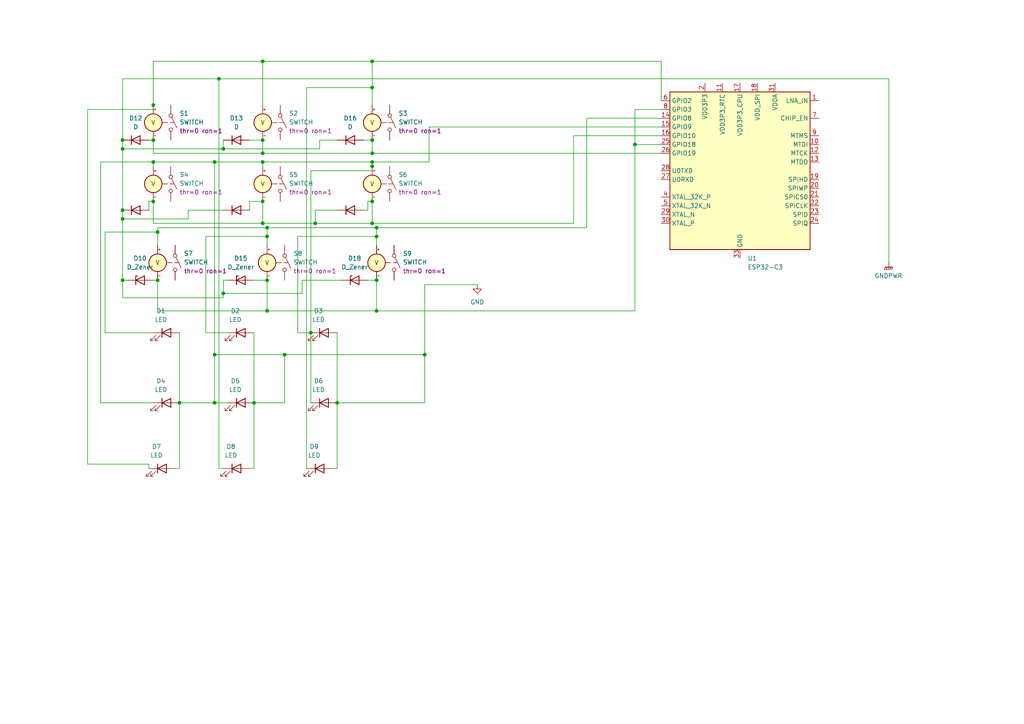
<source format=kicad_sch>
(kicad_sch
	(version 20231120)
	(generator "eeschema")
	(generator_version "8.0")
	(uuid "5e8ba8d3-b3f2-4271-8384-2dc04864abb3")
	(paper "A4")
	(lib_symbols
		(symbol "Device:D"
			(pin_numbers hide)
			(pin_names
				(offset 1.016) hide)
			(exclude_from_sim no)
			(in_bom yes)
			(on_board yes)
			(property "Reference" "D"
				(at 0 2.54 0)
				(effects
					(font
						(size 1.27 1.27)
					)
				)
			)
			(property "Value" "D"
				(at 0 -2.54 0)
				(effects
					(font
						(size 1.27 1.27)
					)
				)
			)
			(property "Footprint" ""
				(at 0 0 0)
				(effects
					(font
						(size 1.27 1.27)
					)
					(hide yes)
				)
			)
			(property "Datasheet" "~"
				(at 0 0 0)
				(effects
					(font
						(size 1.27 1.27)
					)
					(hide yes)
				)
			)
			(property "Description" "Diode"
				(at 0 0 0)
				(effects
					(font
						(size 1.27 1.27)
					)
					(hide yes)
				)
			)
			(property "Sim.Device" "D"
				(at 0 0 0)
				(effects
					(font
						(size 1.27 1.27)
					)
					(hide yes)
				)
			)
			(property "Sim.Pins" "1=K 2=A"
				(at 0 0 0)
				(effects
					(font
						(size 1.27 1.27)
					)
					(hide yes)
				)
			)
			(property "ki_keywords" "diode"
				(at 0 0 0)
				(effects
					(font
						(size 1.27 1.27)
					)
					(hide yes)
				)
			)
			(property "ki_fp_filters" "TO-???* *_Diode_* *SingleDiode* D_*"
				(at 0 0 0)
				(effects
					(font
						(size 1.27 1.27)
					)
					(hide yes)
				)
			)
			(symbol "D_0_1"
				(polyline
					(pts
						(xy -1.27 1.27) (xy -1.27 -1.27)
					)
					(stroke
						(width 0.254)
						(type default)
					)
					(fill
						(type none)
					)
				)
				(polyline
					(pts
						(xy 1.27 0) (xy -1.27 0)
					)
					(stroke
						(width 0)
						(type default)
					)
					(fill
						(type none)
					)
				)
				(polyline
					(pts
						(xy 1.27 1.27) (xy 1.27 -1.27) (xy -1.27 0) (xy 1.27 1.27)
					)
					(stroke
						(width 0.254)
						(type default)
					)
					(fill
						(type none)
					)
				)
			)
			(symbol "D_1_1"
				(pin passive line
					(at -3.81 0 0)
					(length 2.54)
					(name "K"
						(effects
							(font
								(size 1.27 1.27)
							)
						)
					)
					(number "1"
						(effects
							(font
								(size 1.27 1.27)
							)
						)
					)
				)
				(pin passive line
					(at 3.81 0 180)
					(length 2.54)
					(name "A"
						(effects
							(font
								(size 1.27 1.27)
							)
						)
					)
					(number "2"
						(effects
							(font
								(size 1.27 1.27)
							)
						)
					)
				)
			)
		)
		(symbol "Device:D_Zener"
			(pin_numbers hide)
			(pin_names
				(offset 1.016) hide)
			(exclude_from_sim no)
			(in_bom yes)
			(on_board yes)
			(property "Reference" "D"
				(at 0 2.54 0)
				(effects
					(font
						(size 1.27 1.27)
					)
				)
			)
			(property "Value" "D_Zener"
				(at 0 -2.54 0)
				(effects
					(font
						(size 1.27 1.27)
					)
				)
			)
			(property "Footprint" ""
				(at 0 0 0)
				(effects
					(font
						(size 1.27 1.27)
					)
					(hide yes)
				)
			)
			(property "Datasheet" "~"
				(at 0 0 0)
				(effects
					(font
						(size 1.27 1.27)
					)
					(hide yes)
				)
			)
			(property "Description" "Zener diode"
				(at 0 0 0)
				(effects
					(font
						(size 1.27 1.27)
					)
					(hide yes)
				)
			)
			(property "ki_keywords" "diode"
				(at 0 0 0)
				(effects
					(font
						(size 1.27 1.27)
					)
					(hide yes)
				)
			)
			(property "ki_fp_filters" "TO-???* *_Diode_* *SingleDiode* D_*"
				(at 0 0 0)
				(effects
					(font
						(size 1.27 1.27)
					)
					(hide yes)
				)
			)
			(symbol "D_Zener_0_1"
				(polyline
					(pts
						(xy 1.27 0) (xy -1.27 0)
					)
					(stroke
						(width 0)
						(type default)
					)
					(fill
						(type none)
					)
				)
				(polyline
					(pts
						(xy -1.27 -1.27) (xy -1.27 1.27) (xy -0.762 1.27)
					)
					(stroke
						(width 0.254)
						(type default)
					)
					(fill
						(type none)
					)
				)
				(polyline
					(pts
						(xy 1.27 -1.27) (xy 1.27 1.27) (xy -1.27 0) (xy 1.27 -1.27)
					)
					(stroke
						(width 0.254)
						(type default)
					)
					(fill
						(type none)
					)
				)
			)
			(symbol "D_Zener_1_1"
				(pin passive line
					(at -3.81 0 0)
					(length 2.54)
					(name "K"
						(effects
							(font
								(size 1.27 1.27)
							)
						)
					)
					(number "1"
						(effects
							(font
								(size 1.27 1.27)
							)
						)
					)
				)
				(pin passive line
					(at 3.81 0 180)
					(length 2.54)
					(name "A"
						(effects
							(font
								(size 1.27 1.27)
							)
						)
					)
					(number "2"
						(effects
							(font
								(size 1.27 1.27)
							)
						)
					)
				)
			)
		)
		(symbol "Device:LED"
			(pin_numbers hide)
			(pin_names
				(offset 1.016) hide)
			(exclude_from_sim no)
			(in_bom yes)
			(on_board yes)
			(property "Reference" "D"
				(at 0 2.54 0)
				(effects
					(font
						(size 1.27 1.27)
					)
				)
			)
			(property "Value" "LED"
				(at 0 -2.54 0)
				(effects
					(font
						(size 1.27 1.27)
					)
				)
			)
			(property "Footprint" ""
				(at 0 0 0)
				(effects
					(font
						(size 1.27 1.27)
					)
					(hide yes)
				)
			)
			(property "Datasheet" "~"
				(at 0 0 0)
				(effects
					(font
						(size 1.27 1.27)
					)
					(hide yes)
				)
			)
			(property "Description" "Light emitting diode"
				(at 0 0 0)
				(effects
					(font
						(size 1.27 1.27)
					)
					(hide yes)
				)
			)
			(property "ki_keywords" "LED diode"
				(at 0 0 0)
				(effects
					(font
						(size 1.27 1.27)
					)
					(hide yes)
				)
			)
			(property "ki_fp_filters" "LED* LED_SMD:* LED_THT:*"
				(at 0 0 0)
				(effects
					(font
						(size 1.27 1.27)
					)
					(hide yes)
				)
			)
			(symbol "LED_0_1"
				(polyline
					(pts
						(xy -1.27 -1.27) (xy -1.27 1.27)
					)
					(stroke
						(width 0.254)
						(type default)
					)
					(fill
						(type none)
					)
				)
				(polyline
					(pts
						(xy -1.27 0) (xy 1.27 0)
					)
					(stroke
						(width 0)
						(type default)
					)
					(fill
						(type none)
					)
				)
				(polyline
					(pts
						(xy 1.27 -1.27) (xy 1.27 1.27) (xy -1.27 0) (xy 1.27 -1.27)
					)
					(stroke
						(width 0.254)
						(type default)
					)
					(fill
						(type none)
					)
				)
				(polyline
					(pts
						(xy -3.048 -0.762) (xy -4.572 -2.286) (xy -3.81 -2.286) (xy -4.572 -2.286) (xy -4.572 -1.524)
					)
					(stroke
						(width 0)
						(type default)
					)
					(fill
						(type none)
					)
				)
				(polyline
					(pts
						(xy -1.778 -0.762) (xy -3.302 -2.286) (xy -2.54 -2.286) (xy -3.302 -2.286) (xy -3.302 -1.524)
					)
					(stroke
						(width 0)
						(type default)
					)
					(fill
						(type none)
					)
				)
			)
			(symbol "LED_1_1"
				(pin passive line
					(at -3.81 0 0)
					(length 2.54)
					(name "K"
						(effects
							(font
								(size 1.27 1.27)
							)
						)
					)
					(number "1"
						(effects
							(font
								(size 1.27 1.27)
							)
						)
					)
				)
				(pin passive line
					(at 3.81 0 180)
					(length 2.54)
					(name "A"
						(effects
							(font
								(size 1.27 1.27)
							)
						)
					)
					(number "2"
						(effects
							(font
								(size 1.27 1.27)
							)
						)
					)
				)
			)
		)
		(symbol "MCU_Espressif:ESP32-C3"
			(exclude_from_sim no)
			(in_bom yes)
			(on_board yes)
			(property "Reference" "U"
				(at -17.272 23.876 0)
				(effects
					(font
						(size 1.27 1.27)
					)
				)
			)
			(property "Value" "ESP32-C3"
				(at 16.256 23.876 0)
				(effects
					(font
						(size 1.27 1.27)
					)
				)
			)
			(property "Footprint" "Package_DFN_QFN:QFN-32-1EP_5x5mm_P0.5mm_EP3.7x3.7mm"
				(at 0.508 0 0)
				(effects
					(font
						(size 1.27 1.27)
					)
					(hide yes)
				)
			)
			(property "Datasheet" "https://www.espressif.com/sites/default/files/documentation/esp32-c3_datasheet_en.pdf"
				(at 0.508 0 0)
				(effects
					(font
						(size 1.27 1.27)
					)
					(hide yes)
				)
			)
			(property "Description" "RF Module, ESP32 SoC, RISC-V, WiFi 802.11b/n/g, Bluetooth LE 5, QFN32"
				(at 0.508 0 0)
				(effects
					(font
						(size 1.27 1.27)
					)
					(hide yes)
				)
			)
			(property "ki_keywords" "WiFi BLE ESP32 Espressif"
				(at 0 0 0)
				(effects
					(font
						(size 1.27 1.27)
					)
					(hide yes)
				)
			)
			(property "ki_fp_filters" "QFN*1EP*5x5mm*P0.5mm*EP3.7x3.7mm*"
				(at 0 0 0)
				(effects
					(font
						(size 1.27 1.27)
					)
					(hide yes)
				)
			)
			(symbol "ESP32-C3_1_1"
				(rectangle
					(start -20.32 22.86)
					(end 20.32 -22.86)
					(stroke
						(width 0.254)
						(type default)
					)
					(fill
						(type background)
					)
				)
				(pin bidirectional line
					(at 22.86 20.32 180)
					(length 2.54)
					(name "LNA_IN"
						(effects
							(font
								(size 1.27 1.27)
							)
						)
					)
					(number "1"
						(effects
							(font
								(size 1.27 1.27)
							)
						)
					)
				)
				(pin bidirectional line
					(at 22.86 7.62 180)
					(length 2.54)
					(name "MTDI"
						(effects
							(font
								(size 1.27 1.27)
							)
						)
					)
					(number "10"
						(effects
							(font
								(size 1.27 1.27)
							)
						)
					)
				)
				(pin power_in line
					(at -5.08 25.4 270)
					(length 2.54)
					(name "VDD3P3_RTC"
						(effects
							(font
								(size 1.27 1.27)
							)
						)
					)
					(number "11"
						(effects
							(font
								(size 1.27 1.27)
							)
						)
					)
				)
				(pin bidirectional line
					(at 22.86 5.08 180)
					(length 2.54)
					(name "MTCK"
						(effects
							(font
								(size 1.27 1.27)
							)
						)
					)
					(number "12"
						(effects
							(font
								(size 1.27 1.27)
							)
						)
					)
				)
				(pin bidirectional line
					(at 22.86 2.54 180)
					(length 2.54)
					(name "MTDO"
						(effects
							(font
								(size 1.27 1.27)
							)
						)
					)
					(number "13"
						(effects
							(font
								(size 1.27 1.27)
							)
						)
					)
				)
				(pin bidirectional line
					(at -22.86 15.24 0)
					(length 2.54)
					(name "GPIO8"
						(effects
							(font
								(size 1.27 1.27)
							)
						)
					)
					(number "14"
						(effects
							(font
								(size 1.27 1.27)
							)
						)
					)
				)
				(pin bidirectional line
					(at -22.86 12.7 0)
					(length 2.54)
					(name "GPIO9"
						(effects
							(font
								(size 1.27 1.27)
							)
						)
					)
					(number "15"
						(effects
							(font
								(size 1.27 1.27)
							)
						)
					)
				)
				(pin bidirectional line
					(at -22.86 10.16 0)
					(length 2.54)
					(name "GPIO10"
						(effects
							(font
								(size 1.27 1.27)
							)
						)
					)
					(number "16"
						(effects
							(font
								(size 1.27 1.27)
							)
						)
					)
				)
				(pin power_in line
					(at 0 25.4 270)
					(length 2.54)
					(name "VDD3P3_CPU"
						(effects
							(font
								(size 1.27 1.27)
							)
						)
					)
					(number "17"
						(effects
							(font
								(size 1.27 1.27)
							)
						)
					)
				)
				(pin power_out line
					(at 5.08 25.4 270)
					(length 2.54)
					(name "VDD_SPI"
						(effects
							(font
								(size 1.27 1.27)
							)
						)
					)
					(number "18"
						(effects
							(font
								(size 1.27 1.27)
							)
						)
					)
				)
				(pin bidirectional line
					(at 22.86 -2.54 180)
					(length 2.54)
					(name "SPIHD"
						(effects
							(font
								(size 1.27 1.27)
							)
						)
					)
					(number "19"
						(effects
							(font
								(size 1.27 1.27)
							)
						)
					)
				)
				(pin power_in line
					(at -10.16 25.4 270)
					(length 2.54)
					(name "VDD3P3"
						(effects
							(font
								(size 1.27 1.27)
							)
						)
					)
					(number "2"
						(effects
							(font
								(size 1.27 1.27)
							)
						)
					)
				)
				(pin bidirectional line
					(at 22.86 -5.08 180)
					(length 2.54)
					(name "SPIWP"
						(effects
							(font
								(size 1.27 1.27)
							)
						)
					)
					(number "20"
						(effects
							(font
								(size 1.27 1.27)
							)
						)
					)
				)
				(pin bidirectional line
					(at 22.86 -7.62 180)
					(length 2.54)
					(name "SPICS0"
						(effects
							(font
								(size 1.27 1.27)
							)
						)
					)
					(number "21"
						(effects
							(font
								(size 1.27 1.27)
							)
						)
					)
				)
				(pin bidirectional line
					(at 22.86 -10.16 180)
					(length 2.54)
					(name "SPICLK"
						(effects
							(font
								(size 1.27 1.27)
							)
						)
					)
					(number "22"
						(effects
							(font
								(size 1.27 1.27)
							)
						)
					)
				)
				(pin bidirectional line
					(at 22.86 -12.7 180)
					(length 2.54)
					(name "SPID"
						(effects
							(font
								(size 1.27 1.27)
							)
						)
					)
					(number "23"
						(effects
							(font
								(size 1.27 1.27)
							)
						)
					)
				)
				(pin bidirectional line
					(at 22.86 -15.24 180)
					(length 2.54)
					(name "SPIQ"
						(effects
							(font
								(size 1.27 1.27)
							)
						)
					)
					(number "24"
						(effects
							(font
								(size 1.27 1.27)
							)
						)
					)
				)
				(pin bidirectional line
					(at -22.86 7.62 0)
					(length 2.54)
					(name "GPIO18"
						(effects
							(font
								(size 1.27 1.27)
							)
						)
					)
					(number "25"
						(effects
							(font
								(size 1.27 1.27)
							)
						)
					)
				)
				(pin bidirectional line
					(at -22.86 5.08 0)
					(length 2.54)
					(name "GPIO19"
						(effects
							(font
								(size 1.27 1.27)
							)
						)
					)
					(number "26"
						(effects
							(font
								(size 1.27 1.27)
							)
						)
					)
				)
				(pin bidirectional line
					(at -22.86 -2.54 0)
					(length 2.54)
					(name "U0RXD"
						(effects
							(font
								(size 1.27 1.27)
							)
						)
					)
					(number "27"
						(effects
							(font
								(size 1.27 1.27)
							)
						)
					)
				)
				(pin bidirectional line
					(at -22.86 0 0)
					(length 2.54)
					(name "U0TXD"
						(effects
							(font
								(size 1.27 1.27)
							)
						)
					)
					(number "28"
						(effects
							(font
								(size 1.27 1.27)
							)
						)
					)
				)
				(pin bidirectional line
					(at -22.86 -12.7 0)
					(length 2.54)
					(name "XTAL_N"
						(effects
							(font
								(size 1.27 1.27)
							)
						)
					)
					(number "29"
						(effects
							(font
								(size 1.27 1.27)
							)
						)
					)
				)
				(pin passive line
					(at -10.16 25.4 270)
					(length 2.54) hide
					(name "VDD3P3"
						(effects
							(font
								(size 1.27 1.27)
							)
						)
					)
					(number "3"
						(effects
							(font
								(size 1.27 1.27)
							)
						)
					)
				)
				(pin bidirectional line
					(at -22.86 -15.24 0)
					(length 2.54)
					(name "XTAL_P"
						(effects
							(font
								(size 1.27 1.27)
							)
						)
					)
					(number "30"
						(effects
							(font
								(size 1.27 1.27)
							)
						)
					)
				)
				(pin power_in line
					(at 10.16 25.4 270)
					(length 2.54)
					(name "VDDA"
						(effects
							(font
								(size 1.27 1.27)
							)
						)
					)
					(number "31"
						(effects
							(font
								(size 1.27 1.27)
							)
						)
					)
				)
				(pin passive line
					(at 10.16 25.4 270)
					(length 2.54) hide
					(name "VDDA"
						(effects
							(font
								(size 1.27 1.27)
							)
						)
					)
					(number "32"
						(effects
							(font
								(size 1.27 1.27)
							)
						)
					)
				)
				(pin power_in line
					(at 0 -25.4 90)
					(length 2.54)
					(name "GND"
						(effects
							(font
								(size 1.27 1.27)
							)
						)
					)
					(number "33"
						(effects
							(font
								(size 1.27 1.27)
							)
						)
					)
				)
				(pin bidirectional line
					(at -22.86 -7.62 0)
					(length 2.54)
					(name "XTAL_32K_P"
						(effects
							(font
								(size 1.27 1.27)
							)
						)
					)
					(number "4"
						(effects
							(font
								(size 1.27 1.27)
							)
						)
					)
				)
				(pin bidirectional line
					(at -22.86 -10.16 0)
					(length 2.54)
					(name "XTAL_32K_N"
						(effects
							(font
								(size 1.27 1.27)
							)
						)
					)
					(number "5"
						(effects
							(font
								(size 1.27 1.27)
							)
						)
					)
				)
				(pin bidirectional line
					(at -22.86 20.32 0)
					(length 2.54)
					(name "GPIO2"
						(effects
							(font
								(size 1.27 1.27)
							)
						)
					)
					(number "6"
						(effects
							(font
								(size 1.27 1.27)
							)
						)
					)
				)
				(pin bidirectional line
					(at 22.86 15.24 180)
					(length 2.54)
					(name "CHIP_EN"
						(effects
							(font
								(size 1.27 1.27)
							)
						)
					)
					(number "7"
						(effects
							(font
								(size 1.27 1.27)
							)
						)
					)
				)
				(pin bidirectional line
					(at -22.86 17.78 0)
					(length 2.54)
					(name "GPIO3"
						(effects
							(font
								(size 1.27 1.27)
							)
						)
					)
					(number "8"
						(effects
							(font
								(size 1.27 1.27)
							)
						)
					)
				)
				(pin bidirectional line
					(at 22.86 10.16 180)
					(length 2.54)
					(name "MTMS"
						(effects
							(font
								(size 1.27 1.27)
							)
						)
					)
					(number "9"
						(effects
							(font
								(size 1.27 1.27)
							)
						)
					)
				)
			)
		)
		(symbol "Simulation_SPICE:SWITCH"
			(pin_numbers hide)
			(pin_names
				(offset 1.016) hide)
			(exclude_from_sim no)
			(in_bom yes)
			(on_board yes)
			(property "Reference" "S"
				(at 2.54 2.54 0)
				(effects
					(font
						(size 1.27 1.27)
					)
					(justify left)
				)
			)
			(property "Value" "SWITCH"
				(at 2.54 0 0)
				(effects
					(font
						(size 1.27 1.27)
					)
					(justify left)
				)
			)
			(property "Footprint" ""
				(at 0 0 0)
				(effects
					(font
						(size 1.27 1.27)
					)
					(hide yes)
				)
			)
			(property "Datasheet" "https://ngspice.sourceforge.io/docs/ngspice-html-manual/manual.xhtml#subsec_Switches"
				(at 0 16.51 0)
				(effects
					(font
						(size 1.27 1.27)
					)
					(hide yes)
				)
			)
			(property "Description" "Voltage controlled switch symbol for simulation only"
				(at 0 0 0)
				(effects
					(font
						(size 1.27 1.27)
					)
					(hide yes)
				)
			)
			(property "Sim.Device" "SW"
				(at 0 0 0)
				(effects
					(font
						(size 1.27 1.27)
					)
					(hide yes)
				)
			)
			(property "Sim.Type" "V"
				(at 0 0 0)
				(effects
					(font
						(size 1.27 1.27)
					)
					(hide yes)
				)
			)
			(property "Sim.Params" "thr=0 ron=1"
				(at 2.54 -2.54 0)
				(effects
					(font
						(size 1.27 1.27)
					)
					(justify left)
				)
			)
			(property "Sim.Pins" "1=no+ 2=no- 3=ctrl+ 4=ctrl-"
				(at 0 13.97 0)
				(effects
					(font
						(size 1.27 1.27)
					)
					(hide yes)
				)
			)
			(property "ki_keywords" "simulation"
				(at 0 0 0)
				(effects
					(font
						(size 1.27 1.27)
					)
					(hide yes)
				)
			)
			(symbol "SWITCH_0_1"
				(circle
					(center 0 -2.032)
					(radius 0.508)
					(stroke
						(width 0)
						(type default)
					)
					(fill
						(type none)
					)
				)
				(polyline
					(pts
						(xy 0.254 1.524) (xy 1.778 -1.524)
					)
					(stroke
						(width 0)
						(type default)
					)
					(fill
						(type none)
					)
				)
				(circle
					(center 0 2.032)
					(radius 0.508)
					(stroke
						(width 0)
						(type default)
					)
					(fill
						(type none)
					)
				)
			)
			(symbol "SWITCH_1_1"
				(circle
					(center -5.08 0)
					(radius 2.54)
					(stroke
						(width 0.254)
						(type default)
					)
					(fill
						(type background)
					)
				)
				(polyline
					(pts
						(xy -4.826 -3.81) (xy -4.318 -3.81)
					)
					(stroke
						(width 0)
						(type default)
					)
					(fill
						(type none)
					)
				)
				(polyline
					(pts
						(xy -4.826 3.81) (xy -4.318 3.81)
					)
					(stroke
						(width 0)
						(type default)
					)
					(fill
						(type none)
					)
				)
				(polyline
					(pts
						(xy -4.572 4.064) (xy -4.572 3.556)
					)
					(stroke
						(width 0)
						(type default)
					)
					(fill
						(type none)
					)
				)
				(polyline
					(pts
						(xy -2.54 0) (xy 0.889 0)
					)
					(stroke
						(width 0)
						(type dash)
					)
					(fill
						(type none)
					)
				)
				(text "V"
					(at -5.08 0 0)
					(effects
						(font
							(size 1.27 1.27)
						)
					)
				)
				(pin passive line
					(at 0 5.08 270)
					(length 2.54)
					(name "N+"
						(effects
							(font
								(size 1.27 1.27)
							)
						)
					)
					(number "1"
						(effects
							(font
								(size 1.27 1.27)
							)
						)
					)
				)
				(pin passive line
					(at 0 -5.08 90)
					(length 2.54)
					(name "N-"
						(effects
							(font
								(size 1.27 1.27)
							)
						)
					)
					(number "2"
						(effects
							(font
								(size 1.27 1.27)
							)
						)
					)
				)
				(pin input line
					(at -5.08 5.08 270)
					(length 2.54)
					(name "C+"
						(effects
							(font
								(size 1.27 1.27)
							)
						)
					)
					(number "3"
						(effects
							(font
								(size 1.27 1.27)
							)
						)
					)
				)
				(pin input line
					(at -5.08 -5.08 90)
					(length 2.54)
					(name "C-"
						(effects
							(font
								(size 1.27 1.27)
							)
						)
					)
					(number "4"
						(effects
							(font
								(size 1.27 1.27)
							)
						)
					)
				)
			)
		)
		(symbol "power:GND"
			(power)
			(pin_numbers hide)
			(pin_names
				(offset 0) hide)
			(exclude_from_sim no)
			(in_bom yes)
			(on_board yes)
			(property "Reference" "#PWR"
				(at 0 -6.35 0)
				(effects
					(font
						(size 1.27 1.27)
					)
					(hide yes)
				)
			)
			(property "Value" "GND"
				(at 0 -3.81 0)
				(effects
					(font
						(size 1.27 1.27)
					)
				)
			)
			(property "Footprint" ""
				(at 0 0 0)
				(effects
					(font
						(size 1.27 1.27)
					)
					(hide yes)
				)
			)
			(property "Datasheet" ""
				(at 0 0 0)
				(effects
					(font
						(size 1.27 1.27)
					)
					(hide yes)
				)
			)
			(property "Description" "Power symbol creates a global label with name \"GND\" , ground"
				(at 0 0 0)
				(effects
					(font
						(size 1.27 1.27)
					)
					(hide yes)
				)
			)
			(property "ki_keywords" "global power"
				(at 0 0 0)
				(effects
					(font
						(size 1.27 1.27)
					)
					(hide yes)
				)
			)
			(symbol "GND_0_1"
				(polyline
					(pts
						(xy 0 0) (xy 0 -1.27) (xy 1.27 -1.27) (xy 0 -2.54) (xy -1.27 -1.27) (xy 0 -1.27)
					)
					(stroke
						(width 0)
						(type default)
					)
					(fill
						(type none)
					)
				)
			)
			(symbol "GND_1_1"
				(pin power_in line
					(at 0 0 270)
					(length 0)
					(name "~"
						(effects
							(font
								(size 1.27 1.27)
							)
						)
					)
					(number "1"
						(effects
							(font
								(size 1.27 1.27)
							)
						)
					)
				)
			)
		)
		(symbol "power:GNDPWR"
			(power)
			(pin_numbers hide)
			(pin_names
				(offset 0) hide)
			(exclude_from_sim no)
			(in_bom yes)
			(on_board yes)
			(property "Reference" "#PWR"
				(at 0 -5.08 0)
				(effects
					(font
						(size 1.27 1.27)
					)
					(hide yes)
				)
			)
			(property "Value" "GNDPWR"
				(at 0 -3.302 0)
				(effects
					(font
						(size 1.27 1.27)
					)
				)
			)
			(property "Footprint" ""
				(at 0 -1.27 0)
				(effects
					(font
						(size 1.27 1.27)
					)
					(hide yes)
				)
			)
			(property "Datasheet" ""
				(at 0 -1.27 0)
				(effects
					(font
						(size 1.27 1.27)
					)
					(hide yes)
				)
			)
			(property "Description" "Power symbol creates a global label with name \"GNDPWR\" , global ground"
				(at 0 0 0)
				(effects
					(font
						(size 1.27 1.27)
					)
					(hide yes)
				)
			)
			(property "ki_keywords" "global ground"
				(at 0 0 0)
				(effects
					(font
						(size 1.27 1.27)
					)
					(hide yes)
				)
			)
			(symbol "GNDPWR_0_1"
				(polyline
					(pts
						(xy 0 -1.27) (xy 0 0)
					)
					(stroke
						(width 0)
						(type default)
					)
					(fill
						(type none)
					)
				)
				(polyline
					(pts
						(xy -1.016 -1.27) (xy -1.27 -2.032) (xy -1.27 -2.032)
					)
					(stroke
						(width 0.2032)
						(type default)
					)
					(fill
						(type none)
					)
				)
				(polyline
					(pts
						(xy -0.508 -1.27) (xy -0.762 -2.032) (xy -0.762 -2.032)
					)
					(stroke
						(width 0.2032)
						(type default)
					)
					(fill
						(type none)
					)
				)
				(polyline
					(pts
						(xy 0 -1.27) (xy -0.254 -2.032) (xy -0.254 -2.032)
					)
					(stroke
						(width 0.2032)
						(type default)
					)
					(fill
						(type none)
					)
				)
				(polyline
					(pts
						(xy 0.508 -1.27) (xy 0.254 -2.032) (xy 0.254 -2.032)
					)
					(stroke
						(width 0.2032)
						(type default)
					)
					(fill
						(type none)
					)
				)
				(polyline
					(pts
						(xy 1.016 -1.27) (xy -1.016 -1.27) (xy -1.016 -1.27)
					)
					(stroke
						(width 0.2032)
						(type default)
					)
					(fill
						(type none)
					)
				)
				(polyline
					(pts
						(xy 1.016 -1.27) (xy 0.762 -2.032) (xy 0.762 -2.032) (xy 0.762 -2.032)
					)
					(stroke
						(width 0.2032)
						(type default)
					)
					(fill
						(type none)
					)
				)
			)
			(symbol "GNDPWR_1_1"
				(pin power_in line
					(at 0 0 270)
					(length 0)
					(name "~"
						(effects
							(font
								(size 1.27 1.27)
							)
						)
					)
					(number "1"
						(effects
							(font
								(size 1.27 1.27)
							)
						)
					)
				)
			)
		)
	)
	(junction
		(at 90.17 96.52)
		(diameter 0)
		(color 0 0 0 0)
		(uuid "04af1f41-b031-468e-bf1d-3f0dcab270f0")
	)
	(junction
		(at 107.95 40.64)
		(diameter 0)
		(color 0 0 0 0)
		(uuid "06995e49-4bb1-44a3-917d-967be8539425")
	)
	(junction
		(at 76.2 64.77)
		(diameter 0)
		(color 0 0 0 0)
		(uuid "09da2b2b-ab19-4cab-9613-0186748edabc")
	)
	(junction
		(at 107.95 46.99)
		(diameter 0)
		(color 0 0 0 0)
		(uuid "195fc7ab-942c-40f5-8393-17a9d2881d98")
	)
	(junction
		(at 35.56 40.64)
		(diameter 0)
		(color 0 0 0 0)
		(uuid "1d0e1e66-4787-4704-bdb9-9464cfa5c972")
	)
	(junction
		(at 44.45 58.42)
		(diameter 0)
		(color 0 0 0 0)
		(uuid "1f0b9637-575b-4512-91cd-8a7fb1b608d4")
	)
	(junction
		(at 107.95 44.45)
		(diameter 0)
		(color 0 0 0 0)
		(uuid "296823bc-7831-426a-9b8c-e22294fc4508")
	)
	(junction
		(at 44.45 30.48)
		(diameter 0)
		(color 0 0 0 0)
		(uuid "299c5ff7-3d90-4a02-8b03-8fa1eb61dd7f")
	)
	(junction
		(at 64.77 43.18)
		(diameter 0)
		(color 0 0 0 0)
		(uuid "35a03ff9-6e0b-46e7-827f-e3aea4748d14")
	)
	(junction
		(at 109.22 68.58)
		(diameter 0)
		(color 0 0 0 0)
		(uuid "4d245c36-331b-47ba-95fa-4ebd005cb892")
	)
	(junction
		(at 76.2 58.42)
		(diameter 0)
		(color 0 0 0 0)
		(uuid "4d313712-62a6-4b58-8b0f-6dba02aca515")
	)
	(junction
		(at 76.2 46.99)
		(diameter 0)
		(color 0 0 0 0)
		(uuid "5012465a-7a68-4062-aba7-e52d555999e0")
	)
	(junction
		(at 109.22 81.28)
		(diameter 0)
		(color 0 0 0 0)
		(uuid "579cfda1-ff31-492f-bbd3-614e56e811d9")
	)
	(junction
		(at 44.45 46.99)
		(diameter 0)
		(color 0 0 0 0)
		(uuid "5c4f1332-ccc4-438b-8908-14f76daf0713")
	)
	(junction
		(at 62.23 116.84)
		(diameter 0)
		(color 0 0 0 0)
		(uuid "622846e6-9f14-438c-b6c5-bac0eebc9f7f")
	)
	(junction
		(at 107.95 25.4)
		(diameter 0)
		(color 0 0 0 0)
		(uuid "633ddefc-623d-4c39-b874-41687759d37a")
	)
	(junction
		(at 45.72 67.31)
		(diameter 0)
		(color 0 0 0 0)
		(uuid "6e126970-edc7-477e-b191-15bf6930c50c")
	)
	(junction
		(at 63.5 22.86)
		(diameter 0)
		(color 0 0 0 0)
		(uuid "72757086-984b-4733-bcea-4dc3f86df602")
	)
	(junction
		(at 107.95 48.26)
		(diameter 0)
		(color 0 0 0 0)
		(uuid "77eea5f6-4c06-43b5-8694-d55a81bd785d")
	)
	(junction
		(at 97.79 116.84)
		(diameter 0)
		(color 0 0 0 0)
		(uuid "78a85f02-f09e-46c8-9790-fcaa932bd117")
	)
	(junction
		(at 76.2 44.45)
		(diameter 0)
		(color 0 0 0 0)
		(uuid "81ed9cc3-f1fc-464d-bb5a-1d71667aad46")
	)
	(junction
		(at 77.47 81.28)
		(diameter 0)
		(color 0 0 0 0)
		(uuid "8784bbb2-809b-4c07-9a7b-624e98c5fbe6")
	)
	(junction
		(at 77.47 66.04)
		(diameter 0)
		(color 0 0 0 0)
		(uuid "956c403e-cf9c-49e4-b71c-ce20bab4090d")
	)
	(junction
		(at 82.55 102.87)
		(diameter 0)
		(color 0 0 0 0)
		(uuid "9677f705-8dbb-4742-b6a1-f4eaab5cee9e")
	)
	(junction
		(at 35.56 60.96)
		(diameter 0)
		(color 0 0 0 0)
		(uuid "974c20b3-a1e4-4969-8764-b54905bcf425")
	)
	(junction
		(at 76.2 17.78)
		(diameter 0)
		(color 0 0 0 0)
		(uuid "97b82f0e-7f7e-4997-a382-6e954747b33a")
	)
	(junction
		(at 35.56 63.5)
		(diameter 0)
		(color 0 0 0 0)
		(uuid "a6ea11e1-d5af-4387-821c-738da19d44ba")
	)
	(junction
		(at 35.56 81.28)
		(diameter 0)
		(color 0 0 0 0)
		(uuid "a89c867e-16ff-453a-8069-4b874686668c")
	)
	(junction
		(at 107.95 17.78)
		(diameter 0)
		(color 0 0 0 0)
		(uuid "a958341c-2554-48f7-b164-693e9f03b347")
	)
	(junction
		(at 64.77 85.09)
		(diameter 0)
		(color 0 0 0 0)
		(uuid "aa8c187c-cb11-473a-8351-b2a06c0beeb7")
	)
	(junction
		(at 91.44 64.77)
		(diameter 0)
		(color 0 0 0 0)
		(uuid "aee7c1e2-7f4d-4e15-a2b0-5ccc5e61b36b")
	)
	(junction
		(at 76.2 40.64)
		(diameter 0)
		(color 0 0 0 0)
		(uuid "b14330fb-cfc1-4740-85ad-d5f50abd505a")
	)
	(junction
		(at 44.45 40.64)
		(diameter 0)
		(color 0 0 0 0)
		(uuid "b359a9a1-405b-4b31-b323-bf35108b28ad")
	)
	(junction
		(at 109.22 90.17)
		(diameter 0)
		(color 0 0 0 0)
		(uuid "c2cd41d5-bea6-43db-95dd-8d223338727a")
	)
	(junction
		(at 77.47 68.58)
		(diameter 0)
		(color 0 0 0 0)
		(uuid "c4320b4b-3573-4458-8ce2-9d462ee8d04b")
	)
	(junction
		(at 35.56 43.18)
		(diameter 0)
		(color 0 0 0 0)
		(uuid "c43f79af-8513-41a6-960a-ec840a36cd78")
	)
	(junction
		(at 107.95 64.77)
		(diameter 0)
		(color 0 0 0 0)
		(uuid "c5dc8899-58fd-4ae1-9b91-a8784d7c9ba8")
	)
	(junction
		(at 52.07 116.84)
		(diameter 0)
		(color 0 0 0 0)
		(uuid "c99e5efc-058e-4610-b9e1-0255dfd15433")
	)
	(junction
		(at 45.72 81.28)
		(diameter 0)
		(color 0 0 0 0)
		(uuid "cf84db90-5753-4980-b328-d56735a16265")
	)
	(junction
		(at 77.47 90.17)
		(diameter 0)
		(color 0 0 0 0)
		(uuid "d16d5568-18fe-4ef4-b9cd-91b810f4f73d")
	)
	(junction
		(at 109.22 66.04)
		(diameter 0)
		(color 0 0 0 0)
		(uuid "df4181f3-c515-4520-8fe0-4380d2ec9a9e")
	)
	(junction
		(at 107.95 58.42)
		(diameter 0)
		(color 0 0 0 0)
		(uuid "e3f1afe6-ec18-4a17-8ca2-2464f4598c0c")
	)
	(junction
		(at 73.66 116.84)
		(diameter 0)
		(color 0 0 0 0)
		(uuid "e6d1c914-dc5f-4591-94bb-6c43e3d39bf0")
	)
	(junction
		(at 62.23 102.87)
		(diameter 0)
		(color 0 0 0 0)
		(uuid "e803f199-6579-45b6-9f5b-93ee7c14d958")
	)
	(junction
		(at 184.15 41.91)
		(diameter 0)
		(color 0 0 0 0)
		(uuid "f70c29f0-6fa2-4877-a814-71bf3713250f")
	)
	(junction
		(at 123.19 102.87)
		(diameter 0)
		(color 0 0 0 0)
		(uuid "f8e07778-5c7a-4307-970d-19faf2060295")
	)
	(junction
		(at 62.23 46.99)
		(diameter 0)
		(color 0 0 0 0)
		(uuid "fe2a41db-1a67-4e32-934c-0a0c4dc95b86")
	)
	(wire
		(pts
			(xy 35.56 22.86) (xy 35.56 40.64)
		)
		(stroke
			(width 0)
			(type default)
		)
		(uuid "02fe218f-ae08-47c2-a994-85c7e8ae9012")
	)
	(wire
		(pts
			(xy 97.79 135.89) (xy 96.52 135.89)
		)
		(stroke
			(width 0)
			(type default)
		)
		(uuid "037c96f5-bfc1-41d4-bdc3-52e8b39a6a55")
	)
	(wire
		(pts
			(xy 87.63 85.09) (xy 64.77 85.09)
		)
		(stroke
			(width 0)
			(type default)
		)
		(uuid "0c480a08-6788-453d-8071-b98d411d289d")
	)
	(wire
		(pts
			(xy 107.95 40.64) (xy 107.95 44.45)
		)
		(stroke
			(width 0)
			(type default)
		)
		(uuid "0fa2c886-954e-4c23-a303-81aba4db57f2")
	)
	(wire
		(pts
			(xy 109.22 66.04) (xy 170.18 66.04)
		)
		(stroke
			(width 0)
			(type default)
		)
		(uuid "0fa90133-e631-46bd-8e5a-fea4e4724558")
	)
	(wire
		(pts
			(xy 90.17 49.53) (xy 107.95 49.53)
		)
		(stroke
			(width 0)
			(type default)
		)
		(uuid "11f2b0da-6cce-4219-991a-4318eaa8ac8e")
	)
	(wire
		(pts
			(xy 77.47 66.04) (xy 109.22 66.04)
		)
		(stroke
			(width 0)
			(type default)
		)
		(uuid "1705ced3-7309-406f-8548-3044dd07b7b9")
	)
	(wire
		(pts
			(xy 43.18 135.89) (xy 43.18 134.62)
		)
		(stroke
			(width 0)
			(type default)
		)
		(uuid "1902eb29-f683-43a1-95e0-553827add619")
	)
	(wire
		(pts
			(xy 44.45 30.48) (xy 44.45 31.75)
		)
		(stroke
			(width 0)
			(type default)
		)
		(uuid "19eee64f-4dbd-4882-ab7c-a3d94065e9b0")
	)
	(wire
		(pts
			(xy 52.07 116.84) (xy 62.23 116.84)
		)
		(stroke
			(width 0)
			(type default)
		)
		(uuid "1aa2e6ef-1ef3-48e7-8dab-c3983d57e900")
	)
	(wire
		(pts
			(xy 43.18 60.96) (xy 43.18 58.42)
		)
		(stroke
			(width 0)
			(type default)
		)
		(uuid "1c691522-87eb-4f3e-8a4a-cfe55f54bd37")
	)
	(wire
		(pts
			(xy 76.2 46.99) (xy 107.95 46.99)
		)
		(stroke
			(width 0)
			(type default)
		)
		(uuid "1d6681b3-c11d-46a4-bb88-224174f9d667")
	)
	(wire
		(pts
			(xy 44.45 17.78) (xy 44.45 30.48)
		)
		(stroke
			(width 0)
			(type default)
		)
		(uuid "20bd4823-5ec1-4db9-bc1d-c6ab96aaf3d7")
	)
	(wire
		(pts
			(xy 52.07 96.52) (xy 52.07 116.84)
		)
		(stroke
			(width 0)
			(type default)
		)
		(uuid "2118f075-90b7-4f52-bfd0-ca58b90dba16")
	)
	(wire
		(pts
			(xy 72.39 60.96) (xy 72.39 58.42)
		)
		(stroke
			(width 0)
			(type default)
		)
		(uuid "21f65930-789a-41e3-9646-c2c9a66f1e32")
	)
	(wire
		(pts
			(xy 45.72 90.17) (xy 77.47 90.17)
		)
		(stroke
			(width 0)
			(type default)
		)
		(uuid "221cdce1-21aa-49e2-b958-80d893275b31")
	)
	(wire
		(pts
			(xy 44.45 81.28) (xy 45.72 81.28)
		)
		(stroke
			(width 0)
			(type default)
		)
		(uuid "242bf63d-0ff2-451d-a2a5-6ad963794c48")
	)
	(wire
		(pts
			(xy 44.45 17.78) (xy 76.2 17.78)
		)
		(stroke
			(width 0)
			(type default)
		)
		(uuid "24e6df5b-0bb6-4b3e-91e2-a6d09098825e")
	)
	(wire
		(pts
			(xy 166.37 64.77) (xy 166.37 39.37)
		)
		(stroke
			(width 0)
			(type default)
		)
		(uuid "2541617f-a6f5-4b2e-9429-a492a1eb4b51")
	)
	(wire
		(pts
			(xy 109.22 66.04) (xy 109.22 68.58)
		)
		(stroke
			(width 0)
			(type default)
		)
		(uuid "25b1ab1c-10a1-4038-9c51-0c17a9fac378")
	)
	(wire
		(pts
			(xy 76.2 17.78) (xy 107.95 17.78)
		)
		(stroke
			(width 0)
			(type default)
		)
		(uuid "27010a6c-c5ea-412e-9056-0a4f02a31bb2")
	)
	(wire
		(pts
			(xy 76.2 30.48) (xy 76.2 17.78)
		)
		(stroke
			(width 0)
			(type default)
		)
		(uuid "271c69fa-2664-4dbb-9d53-8b066744fbaf")
	)
	(wire
		(pts
			(xy 106.68 60.96) (xy 106.68 58.42)
		)
		(stroke
			(width 0)
			(type default)
		)
		(uuid "28d61a20-d2a2-4f92-a669-ee1c6222f7a1")
	)
	(wire
		(pts
			(xy 97.79 60.96) (xy 91.44 60.96)
		)
		(stroke
			(width 0)
			(type default)
		)
		(uuid "2a521ba9-02b8-4949-8b00-ff90d5366c50")
	)
	(wire
		(pts
			(xy 36.83 81.28) (xy 35.56 81.28)
		)
		(stroke
			(width 0)
			(type default)
		)
		(uuid "2a6f0be8-1d77-4e60-b410-f86eb494700b")
	)
	(wire
		(pts
			(xy 109.22 90.17) (xy 184.15 90.17)
		)
		(stroke
			(width 0)
			(type default)
		)
		(uuid "2b7aac4c-104d-4d9d-8ec0-5ce6b8468830")
	)
	(wire
		(pts
			(xy 73.66 135.89) (xy 72.39 135.89)
		)
		(stroke
			(width 0)
			(type default)
		)
		(uuid "2c827812-2455-4037-af4e-b21a306f0560")
	)
	(wire
		(pts
			(xy 166.37 39.37) (xy 191.77 39.37)
		)
		(stroke
			(width 0)
			(type default)
		)
		(uuid "311a9609-545d-43e0-af7d-d9750b65fd43")
	)
	(wire
		(pts
			(xy 184.15 41.91) (xy 184.15 90.17)
		)
		(stroke
			(width 0)
			(type default)
		)
		(uuid "3198b7fd-2ebe-4ec0-a012-296a0fa06712")
	)
	(wire
		(pts
			(xy 29.21 116.84) (xy 29.21 46.99)
		)
		(stroke
			(width 0)
			(type default)
		)
		(uuid "323e0407-fdb6-4ed7-a86b-c46b6b395a35")
	)
	(wire
		(pts
			(xy 45.72 67.31) (xy 30.48 67.31)
		)
		(stroke
			(width 0)
			(type default)
		)
		(uuid "3655ec10-0c82-48e4-a28f-8811430f26bb")
	)
	(wire
		(pts
			(xy 73.66 116.84) (xy 82.55 116.84)
		)
		(stroke
			(width 0)
			(type default)
		)
		(uuid "367fd3fd-caa8-4a4b-8306-c2343832a375")
	)
	(wire
		(pts
			(xy 35.56 22.86) (xy 63.5 22.86)
		)
		(stroke
			(width 0)
			(type default)
		)
		(uuid "3b674ada-e6ba-4046-9ee1-c19f7f44f3dd")
	)
	(wire
		(pts
			(xy 44.45 44.45) (xy 76.2 44.45)
		)
		(stroke
			(width 0)
			(type default)
		)
		(uuid "3bacf861-3b34-48df-8051-888bd2b9180e")
	)
	(wire
		(pts
			(xy 25.4 134.62) (xy 25.4 31.75)
		)
		(stroke
			(width 0)
			(type default)
		)
		(uuid "3cbf84a1-46ef-4daf-b164-dcfb6f43f94a")
	)
	(wire
		(pts
			(xy 76.2 44.45) (xy 107.95 44.45)
		)
		(stroke
			(width 0)
			(type default)
		)
		(uuid "3ff0a892-463e-474a-88cc-b63da5fc09a4")
	)
	(wire
		(pts
			(xy 97.79 116.84) (xy 97.79 135.89)
		)
		(stroke
			(width 0)
			(type default)
		)
		(uuid "416bc641-c7b0-4d35-aa04-1d547f1f6513")
	)
	(wire
		(pts
			(xy 30.48 96.52) (xy 44.45 96.52)
		)
		(stroke
			(width 0)
			(type default)
		)
		(uuid "48665b63-ba26-49e1-a94d-1c6821a8ba87")
	)
	(wire
		(pts
			(xy 88.9 135.89) (xy 88.9 25.4)
		)
		(stroke
			(width 0)
			(type default)
		)
		(uuid "488d6829-e3c8-414c-bd85-bf8e9f74abbf")
	)
	(wire
		(pts
			(xy 64.77 43.18) (xy 35.56 43.18)
		)
		(stroke
			(width 0)
			(type default)
		)
		(uuid "4aaa6e11-562a-4bc4-8d22-67a97d54e1c4")
	)
	(wire
		(pts
			(xy 66.04 81.28) (xy 64.77 81.28)
		)
		(stroke
			(width 0)
			(type default)
		)
		(uuid "4fa5a0e5-3584-4911-a1fe-d3c21a2ca955")
	)
	(wire
		(pts
			(xy 105.41 60.96) (xy 106.68 60.96)
		)
		(stroke
			(width 0)
			(type default)
		)
		(uuid "5345a19e-f9da-4c7a-a802-0ed2db724485")
	)
	(wire
		(pts
			(xy 107.95 25.4) (xy 107.95 30.48)
		)
		(stroke
			(width 0)
			(type default)
		)
		(uuid "55a37c1b-6426-42bd-8e3c-03535c5ff815")
	)
	(wire
		(pts
			(xy 76.2 46.99) (xy 76.2 48.26)
		)
		(stroke
			(width 0)
			(type default)
		)
		(uuid "5738d92f-d6f7-4350-9d97-96bc254a3719")
	)
	(wire
		(pts
			(xy 59.69 96.52) (xy 66.04 96.52)
		)
		(stroke
			(width 0)
			(type default)
		)
		(uuid "5ab1dc9f-155f-40f4-8995-179d7b231367")
	)
	(wire
		(pts
			(xy 73.66 81.28) (xy 77.47 81.28)
		)
		(stroke
			(width 0)
			(type default)
		)
		(uuid "5ae1b884-6f98-42bc-bbba-647c2c7f1949")
	)
	(wire
		(pts
			(xy 109.22 81.28) (xy 109.22 90.17)
		)
		(stroke
			(width 0)
			(type default)
		)
		(uuid "65be955c-613a-4c3c-9222-45910558b8a3")
	)
	(wire
		(pts
			(xy 43.18 58.42) (xy 44.45 58.42)
		)
		(stroke
			(width 0)
			(type default)
		)
		(uuid "693f914d-e16c-4768-a844-73920b5e53ff")
	)
	(wire
		(pts
			(xy 92.71 43.18) (xy 64.77 43.18)
		)
		(stroke
			(width 0)
			(type default)
		)
		(uuid "697d5549-47e7-4472-a9b5-eab5f52474fe")
	)
	(wire
		(pts
			(xy 35.56 43.18) (xy 35.56 60.96)
		)
		(stroke
			(width 0)
			(type default)
		)
		(uuid "6a08d026-285a-450d-a094-bfa4b70cb792")
	)
	(wire
		(pts
			(xy 184.15 31.75) (xy 184.15 41.91)
		)
		(stroke
			(width 0)
			(type default)
		)
		(uuid "6bf5183d-de33-4c8f-a3e4-7bc0d2da6fb1")
	)
	(wire
		(pts
			(xy 64.77 85.09) (xy 64.77 86.36)
		)
		(stroke
			(width 0)
			(type default)
		)
		(uuid "6c46603e-6d36-4ff8-ae10-cfc7f9d887ce")
	)
	(wire
		(pts
			(xy 44.45 58.42) (xy 44.45 64.77)
		)
		(stroke
			(width 0)
			(type default)
		)
		(uuid "707c96da-5271-489e-aca5-97c1869cbbe7")
	)
	(wire
		(pts
			(xy 44.45 48.26) (xy 44.45 46.99)
		)
		(stroke
			(width 0)
			(type default)
		)
		(uuid "709802de-5a27-4271-8323-bcc0e0bc03f7")
	)
	(wire
		(pts
			(xy 45.72 66.04) (xy 77.47 66.04)
		)
		(stroke
			(width 0)
			(type default)
		)
		(uuid "7116173c-daab-4e53-b1c2-348f3456e090")
	)
	(wire
		(pts
			(xy 66.04 116.84) (xy 62.23 116.84)
		)
		(stroke
			(width 0)
			(type default)
		)
		(uuid "714064d0-67f4-4a75-ad22-2c25e79b5654")
	)
	(wire
		(pts
			(xy 184.15 41.91) (xy 191.77 41.91)
		)
		(stroke
			(width 0)
			(type default)
		)
		(uuid "728aebb4-8384-4a53-9b57-f0c12eb08b0f")
	)
	(wire
		(pts
			(xy 170.18 34.29) (xy 191.77 34.29)
		)
		(stroke
			(width 0)
			(type default)
		)
		(uuid "75b8e581-2f8c-432d-8713-8817e45ed2f7")
	)
	(wire
		(pts
			(xy 92.71 40.64) (xy 92.71 43.18)
		)
		(stroke
			(width 0)
			(type default)
		)
		(uuid "78a44f7f-2dd9-432c-800e-6a971f049f55")
	)
	(wire
		(pts
			(xy 123.19 102.87) (xy 123.19 116.84)
		)
		(stroke
			(width 0)
			(type default)
		)
		(uuid "798a76e2-5aed-4282-b3ff-7c739ca3ed29")
	)
	(wire
		(pts
			(xy 35.56 86.36) (xy 35.56 81.28)
		)
		(stroke
			(width 0)
			(type default)
		)
		(uuid "7db2cace-6e45-483e-a979-317534d4240b")
	)
	(wire
		(pts
			(xy 64.77 86.36) (xy 35.56 86.36)
		)
		(stroke
			(width 0)
			(type default)
		)
		(uuid "8046de65-6f91-4734-b538-4325e2eea04f")
	)
	(wire
		(pts
			(xy 107.95 44.45) (xy 191.77 44.45)
		)
		(stroke
			(width 0)
			(type default)
		)
		(uuid "807b9898-23ed-4b2a-aa3e-931ee38fc3d2")
	)
	(wire
		(pts
			(xy 77.47 68.58) (xy 77.47 71.12)
		)
		(stroke
			(width 0)
			(type default)
		)
		(uuid "81e59e4c-a976-4d73-b8e8-aadb73bc08c1")
	)
	(wire
		(pts
			(xy 44.45 116.84) (xy 29.21 116.84)
		)
		(stroke
			(width 0)
			(type default)
		)
		(uuid "86439f0e-024c-45c5-bc1b-b150844ae4c8")
	)
	(wire
		(pts
			(xy 91.44 64.77) (xy 107.95 64.77)
		)
		(stroke
			(width 0)
			(type default)
		)
		(uuid "87c147fa-2c74-4655-aaad-9af75c684675")
	)
	(wire
		(pts
			(xy 73.66 96.52) (xy 73.66 116.84)
		)
		(stroke
			(width 0)
			(type default)
		)
		(uuid "8be62d0e-e6e8-4012-a926-e76acda1162c")
	)
	(wire
		(pts
			(xy 30.48 67.31) (xy 30.48 96.52)
		)
		(stroke
			(width 0)
			(type default)
		)
		(uuid "8d236c9a-22a1-4bdb-8eba-d7f2e1a7cc69")
	)
	(wire
		(pts
			(xy 90.17 96.52) (xy 90.17 49.53)
		)
		(stroke
			(width 0)
			(type default)
		)
		(uuid "913c617c-f560-429f-8241-ef9d9c71170b")
	)
	(wire
		(pts
			(xy 90.17 116.84) (xy 90.17 96.52)
		)
		(stroke
			(width 0)
			(type default)
		)
		(uuid "95735b5e-8a18-4f56-b499-5abc39f26f9f")
	)
	(wire
		(pts
			(xy 45.72 71.12) (xy 45.72 67.31)
		)
		(stroke
			(width 0)
			(type default)
		)
		(uuid "960e81a6-ec55-493b-bbf2-f60d47f45cb6")
	)
	(wire
		(pts
			(xy 109.22 68.58) (xy 86.36 68.58)
		)
		(stroke
			(width 0)
			(type default)
		)
		(uuid "98981750-5b97-4bec-936b-66ba9b2fd401")
	)
	(wire
		(pts
			(xy 73.66 116.84) (xy 73.66 135.89)
		)
		(stroke
			(width 0)
			(type default)
		)
		(uuid "9bc0b146-fccd-4484-becb-c4e81d28e652")
	)
	(wire
		(pts
			(xy 123.19 82.55) (xy 123.19 102.87)
		)
		(stroke
			(width 0)
			(type default)
		)
		(uuid "9bf32537-282b-49d8-8ef2-dd1a08dda3ba")
	)
	(wire
		(pts
			(xy 107.95 46.99) (xy 107.95 48.26)
		)
		(stroke
			(width 0)
			(type default)
		)
		(uuid "9c7765ff-2bce-42f2-bc9a-c6eef23d71b8")
	)
	(wire
		(pts
			(xy 63.5 135.89) (xy 63.5 22.86)
		)
		(stroke
			(width 0)
			(type default)
		)
		(uuid "9f3b32f2-07df-43e5-af8f-3a8a1e5873d2")
	)
	(wire
		(pts
			(xy 124.46 36.83) (xy 124.46 46.99)
		)
		(stroke
			(width 0)
			(type default)
		)
		(uuid "9f428e31-d072-4b7b-a562-383757b6aff0")
	)
	(wire
		(pts
			(xy 25.4 31.75) (xy 44.45 31.75)
		)
		(stroke
			(width 0)
			(type default)
		)
		(uuid "9fe1ef87-18e9-4182-9f1b-21e3f025666f")
	)
	(wire
		(pts
			(xy 35.56 40.64) (xy 35.56 43.18)
		)
		(stroke
			(width 0)
			(type default)
		)
		(uuid "9fefd58f-ef08-4af1-a41a-4a13eb9569af")
	)
	(wire
		(pts
			(xy 77.47 90.17) (xy 109.22 90.17)
		)
		(stroke
			(width 0)
			(type default)
		)
		(uuid "a0975891-cfdf-41a1-92cd-47512802b488")
	)
	(wire
		(pts
			(xy 35.56 81.28) (xy 35.56 63.5)
		)
		(stroke
			(width 0)
			(type default)
		)
		(uuid "a09eb446-7a15-451d-a9f4-e6ef55b9d605")
	)
	(wire
		(pts
			(xy 77.47 81.28) (xy 77.47 90.17)
		)
		(stroke
			(width 0)
			(type default)
		)
		(uuid "a1927766-6152-4fdc-9f53-b9b28faf5518")
	)
	(wire
		(pts
			(xy 88.9 25.4) (xy 107.95 25.4)
		)
		(stroke
			(width 0)
			(type default)
		)
		(uuid "a3dc2262-fc84-47bf-bf1c-f8ba2c4376f0")
	)
	(wire
		(pts
			(xy 44.45 40.64) (xy 44.45 44.45)
		)
		(stroke
			(width 0)
			(type default)
		)
		(uuid "a5cbd718-f552-43dc-9a56-330382ed6c89")
	)
	(wire
		(pts
			(xy 52.07 116.84) (xy 52.07 135.89)
		)
		(stroke
			(width 0)
			(type default)
		)
		(uuid "a6fe81e3-80ab-43ae-805e-1c465d802f1c")
	)
	(wire
		(pts
			(xy 82.55 116.84) (xy 82.55 102.87)
		)
		(stroke
			(width 0)
			(type default)
		)
		(uuid "a7e22492-d3a3-49eb-8575-a02d7e727fc1")
	)
	(wire
		(pts
			(xy 63.5 22.86) (xy 257.81 22.86)
		)
		(stroke
			(width 0)
			(type default)
		)
		(uuid "a883543f-93e0-41e4-b699-6493b1fc3a23")
	)
	(wire
		(pts
			(xy 170.18 66.04) (xy 170.18 34.29)
		)
		(stroke
			(width 0)
			(type default)
		)
		(uuid "aa02e087-8a2c-4bb1-8149-6ab492e0db5d")
	)
	(wire
		(pts
			(xy 91.44 60.96) (xy 91.44 64.77)
		)
		(stroke
			(width 0)
			(type default)
		)
		(uuid "aa1ed792-9788-45c2-82b6-cdf82a35ddac")
	)
	(wire
		(pts
			(xy 76.2 58.42) (xy 76.2 64.77)
		)
		(stroke
			(width 0)
			(type default)
		)
		(uuid "ab61b50e-ee2d-48ca-b7fd-c802e2bcad0a")
	)
	(wire
		(pts
			(xy 35.56 63.5) (xy 35.56 60.96)
		)
		(stroke
			(width 0)
			(type default)
		)
		(uuid "abc134aa-bd73-46f5-a773-9eb6221a7b78")
	)
	(wire
		(pts
			(xy 138.43 82.55) (xy 123.19 82.55)
		)
		(stroke
			(width 0)
			(type default)
		)
		(uuid "aee6928a-30d1-4009-94f0-b3e29cf0620d")
	)
	(wire
		(pts
			(xy 29.21 46.99) (xy 44.45 46.99)
		)
		(stroke
			(width 0)
			(type default)
		)
		(uuid "af07d638-09dc-41f5-b925-481b52440f9c")
	)
	(wire
		(pts
			(xy 87.63 81.28) (xy 87.63 85.09)
		)
		(stroke
			(width 0)
			(type default)
		)
		(uuid "b00bdd04-cc36-44c3-8904-7424a932d883")
	)
	(wire
		(pts
			(xy 44.45 64.77) (xy 76.2 64.77)
		)
		(stroke
			(width 0)
			(type default)
		)
		(uuid "b0e5a964-632b-412f-a307-4fce168b987c")
	)
	(wire
		(pts
			(xy 82.55 102.87) (xy 123.19 102.87)
		)
		(stroke
			(width 0)
			(type default)
		)
		(uuid "b112e1c7-2fcd-43a8-8698-ff3a650f0e5a")
	)
	(wire
		(pts
			(xy 76.2 40.64) (xy 76.2 44.45)
		)
		(stroke
			(width 0)
			(type default)
		)
		(uuid "b4ec4353-b321-41b8-9ba3-a5f897971df8")
	)
	(wire
		(pts
			(xy 109.22 68.58) (xy 109.22 71.12)
		)
		(stroke
			(width 0)
			(type default)
		)
		(uuid "b4ec482a-b3ba-40c0-9491-679e17ccbeaa")
	)
	(wire
		(pts
			(xy 123.19 116.84) (xy 97.79 116.84)
		)
		(stroke
			(width 0)
			(type default)
		)
		(uuid "b522760e-11d6-4bf3-a29f-e44564aaa12c")
	)
	(wire
		(pts
			(xy 64.77 81.28) (xy 64.77 85.09)
		)
		(stroke
			(width 0)
			(type default)
		)
		(uuid "b5627091-54e8-46d3-874b-44667b1fa20c")
	)
	(wire
		(pts
			(xy 191.77 17.78) (xy 191.77 29.21)
		)
		(stroke
			(width 0)
			(type default)
		)
		(uuid "b68faa9e-0c82-46cd-b0a9-a1eef455c866")
	)
	(wire
		(pts
			(xy 106.68 58.42) (xy 107.95 58.42)
		)
		(stroke
			(width 0)
			(type default)
		)
		(uuid "b7fbe277-a8e3-4667-b1a9-b0ceb5eaea00")
	)
	(wire
		(pts
			(xy 54.61 60.96) (xy 54.61 63.5)
		)
		(stroke
			(width 0)
			(type default)
		)
		(uuid "b8492961-4916-4107-8b09-ff2541e4b2a1")
	)
	(wire
		(pts
			(xy 64.77 60.96) (xy 54.61 60.96)
		)
		(stroke
			(width 0)
			(type default)
		)
		(uuid "b886958f-dd8f-429f-8da9-77ad31bb81c9")
	)
	(wire
		(pts
			(xy 62.23 102.87) (xy 82.55 102.87)
		)
		(stroke
			(width 0)
			(type default)
		)
		(uuid "bcd86d16-5fc7-42cd-a40b-3968fa415f4b")
	)
	(wire
		(pts
			(xy 62.23 46.99) (xy 62.23 102.87)
		)
		(stroke
			(width 0)
			(type default)
		)
		(uuid "bd60b376-4f8e-41b8-a28c-bf41d0e95529")
	)
	(wire
		(pts
			(xy 191.77 36.83) (xy 124.46 36.83)
		)
		(stroke
			(width 0)
			(type default)
		)
		(uuid "be3f0c22-f21a-4d2c-9d18-2ee6598355b8")
	)
	(wire
		(pts
			(xy 107.95 48.26) (xy 107.95 49.53)
		)
		(stroke
			(width 0)
			(type default)
		)
		(uuid "bea99fe8-6cbf-47af-b49b-28e7fa957129")
	)
	(wire
		(pts
			(xy 77.47 68.58) (xy 59.69 68.58)
		)
		(stroke
			(width 0)
			(type default)
		)
		(uuid "bec3e20c-dc3d-40d3-b88b-799a0a5f4aec")
	)
	(wire
		(pts
			(xy 86.36 96.52) (xy 90.17 96.52)
		)
		(stroke
			(width 0)
			(type default)
		)
		(uuid "c26b958c-e557-4108-a1f5-5fe403df4d81")
	)
	(wire
		(pts
			(xy 106.68 81.28) (xy 109.22 81.28)
		)
		(stroke
			(width 0)
			(type default)
		)
		(uuid "c4888783-a36e-4918-9b99-5b4359ff3a1b")
	)
	(wire
		(pts
			(xy 107.95 17.78) (xy 191.77 17.78)
		)
		(stroke
			(width 0)
			(type default)
		)
		(uuid "c7431162-9e54-404b-b737-68ea6bb565da")
	)
	(wire
		(pts
			(xy 76.2 64.77) (xy 91.44 64.77)
		)
		(stroke
			(width 0)
			(type default)
		)
		(uuid "caffb814-e7cb-4d37-8e69-bd67fcf44411")
	)
	(wire
		(pts
			(xy 257.81 22.86) (xy 257.81 76.2)
		)
		(stroke
			(width 0)
			(type default)
		)
		(uuid "ce6e5062-b463-4240-b9d8-14f7b977f473")
	)
	(wire
		(pts
			(xy 97.79 40.64) (xy 92.71 40.64)
		)
		(stroke
			(width 0)
			(type default)
		)
		(uuid "d11582e5-b847-42e1-84f0-f4ff97a58a4f")
	)
	(wire
		(pts
			(xy 107.95 64.77) (xy 166.37 64.77)
		)
		(stroke
			(width 0)
			(type default)
		)
		(uuid "d2686736-b2cc-4501-91cb-2f94353a7e7e")
	)
	(wire
		(pts
			(xy 184.15 31.75) (xy 191.77 31.75)
		)
		(stroke
			(width 0)
			(type default)
		)
		(uuid "d2b9d0e3-1d31-4078-a1d7-388901bc5b79")
	)
	(wire
		(pts
			(xy 45.72 81.28) (xy 45.72 90.17)
		)
		(stroke
			(width 0)
			(type default)
		)
		(uuid "d5d13813-b83c-4225-bee4-7e371d24aead")
	)
	(wire
		(pts
			(xy 105.41 40.64) (xy 107.95 40.64)
		)
		(stroke
			(width 0)
			(type default)
		)
		(uuid "d9ac1101-4bd8-4d96-acf1-cebe2be931e4")
	)
	(wire
		(pts
			(xy 62.23 102.87) (xy 62.23 116.84)
		)
		(stroke
			(width 0)
			(type default)
		)
		(uuid "da03feb0-2df1-4607-afa0-ff6c41443547")
	)
	(wire
		(pts
			(xy 59.69 68.58) (xy 59.69 96.52)
		)
		(stroke
			(width 0)
			(type default)
		)
		(uuid "da49ae42-e52b-435c-acbf-62ec4f9be362")
	)
	(wire
		(pts
			(xy 107.95 58.42) (xy 107.95 64.77)
		)
		(stroke
			(width 0)
			(type default)
		)
		(uuid "dce9990c-afc4-49db-8d48-75713f617108")
	)
	(wire
		(pts
			(xy 72.39 58.42) (xy 76.2 58.42)
		)
		(stroke
			(width 0)
			(type default)
		)
		(uuid "dcedaec2-6444-4f7e-9a45-8fd950e5fbc8")
	)
	(wire
		(pts
			(xy 45.72 67.31) (xy 45.72 66.04)
		)
		(stroke
			(width 0)
			(type default)
		)
		(uuid "dd1c6f18-412c-4c19-868d-f9b92bcb91e6")
	)
	(wire
		(pts
			(xy 99.06 81.28) (xy 87.63 81.28)
		)
		(stroke
			(width 0)
			(type default)
		)
		(uuid "ddb37e80-bdb4-44c3-8c29-6b1239e27b3a")
	)
	(wire
		(pts
			(xy 43.18 134.62) (xy 25.4 134.62)
		)
		(stroke
			(width 0)
			(type default)
		)
		(uuid "ded3cf7b-8281-4f1c-9286-edbf344f0840")
	)
	(wire
		(pts
			(xy 52.07 135.89) (xy 50.8 135.89)
		)
		(stroke
			(width 0)
			(type default)
		)
		(uuid "dfacab4c-875b-4869-b965-c5a4b994f05f")
	)
	(wire
		(pts
			(xy 77.47 66.04) (xy 77.47 68.58)
		)
		(stroke
			(width 0)
			(type default)
		)
		(uuid "e28d9a76-f1ba-4bbc-84d8-d73a59f134b1")
	)
	(wire
		(pts
			(xy 54.61 63.5) (xy 35.56 63.5)
		)
		(stroke
			(width 0)
			(type default)
		)
		(uuid "e29c9010-3098-4607-956f-591274212ff0")
	)
	(wire
		(pts
			(xy 63.5 135.89) (xy 64.77 135.89)
		)
		(stroke
			(width 0)
			(type default)
		)
		(uuid "e2f63341-4b13-4005-8ab9-11ee2b4e6a7d")
	)
	(wire
		(pts
			(xy 43.18 40.64) (xy 44.45 40.64)
		)
		(stroke
			(width 0)
			(type default)
		)
		(uuid "e3139dcb-8c58-4e6e-9937-0c83f3bf363d")
	)
	(wire
		(pts
			(xy 86.36 68.58) (xy 86.36 96.52)
		)
		(stroke
			(width 0)
			(type default)
		)
		(uuid "e44798a3-f566-4c93-8944-87cb9d3a6b98")
	)
	(wire
		(pts
			(xy 124.46 46.99) (xy 107.95 46.99)
		)
		(stroke
			(width 0)
			(type default)
		)
		(uuid "e98bbdca-d7e0-4b16-8c7e-58e37b07748b")
	)
	(wire
		(pts
			(xy 44.45 46.99) (xy 62.23 46.99)
		)
		(stroke
			(width 0)
			(type default)
		)
		(uuid "ed294d35-633f-4172-9f4b-f09c99189e1c")
	)
	(wire
		(pts
			(xy 107.95 17.78) (xy 107.95 25.4)
		)
		(stroke
			(width 0)
			(type default)
		)
		(uuid "eed24280-81a1-4a00-8a39-85c0f619ae0e")
	)
	(wire
		(pts
			(xy 97.79 96.52) (xy 97.79 116.84)
		)
		(stroke
			(width 0)
			(type default)
		)
		(uuid "f323171b-77e0-463f-8cb4-ab155d90c446")
	)
	(wire
		(pts
			(xy 64.77 40.64) (xy 64.77 43.18)
		)
		(stroke
			(width 0)
			(type default)
		)
		(uuid "f6592779-7464-4bc5-be25-dabedc7b8eea")
	)
	(wire
		(pts
			(xy 72.39 40.64) (xy 76.2 40.64)
		)
		(stroke
			(width 0)
			(type default)
		)
		(uuid "f79bd25e-5698-47b4-8308-419778e4fe15")
	)
	(wire
		(pts
			(xy 62.23 46.99) (xy 76.2 46.99)
		)
		(stroke
			(width 0)
			(type default)
		)
		(uuid "f926717f-1a76-4a3a-83fd-10db913ceffb")
	)
	(symbol
		(lib_id "Device:LED")
		(at 93.98 116.84 0)
		(unit 1)
		(exclude_from_sim no)
		(in_bom yes)
		(on_board yes)
		(dnp no)
		(fields_autoplaced yes)
		(uuid "0a94e758-46c3-4d5b-99a2-3cb8c7ce9034")
		(property "Reference" "D6"
			(at 92.3925 110.49 0)
			(effects
				(font
					(size 1.27 1.27)
				)
			)
		)
		(property "Value" "LED"
			(at 92.3925 113.03 0)
			(effects
				(font
					(size 1.27 1.27)
				)
			)
		)
		(property "Footprint" ""
			(at 93.98 116.84 0)
			(effects
				(font
					(size 1.27 1.27)
				)
				(hide yes)
			)
		)
		(property "Datasheet" "~"
			(at 93.98 116.84 0)
			(effects
				(font
					(size 1.27 1.27)
				)
				(hide yes)
			)
		)
		(property "Description" "Light emitting diode"
			(at 93.98 116.84 0)
			(effects
				(font
					(size 1.27 1.27)
				)
				(hide yes)
			)
		)
		(pin "2"
			(uuid "915b0658-2e9f-475c-9655-575976071d6e")
		)
		(pin "1"
			(uuid "79173ac9-4e89-48d0-9d17-8a7044bd0528")
		)
		(instances
			(project "spare"
				(path "/5e8ba8d3-b3f2-4271-8384-2dc04864abb3"
					(reference "D6")
					(unit 1)
				)
			)
		)
	)
	(symbol
		(lib_id "power:GNDPWR")
		(at 257.81 76.2 0)
		(unit 1)
		(exclude_from_sim no)
		(in_bom yes)
		(on_board yes)
		(dnp no)
		(fields_autoplaced yes)
		(uuid "0f782b80-5310-4540-ac66-8a14aab470ae")
		(property "Reference" "#PWR02"
			(at 257.81 81.28 0)
			(effects
				(font
					(size 1.27 1.27)
				)
				(hide yes)
			)
		)
		(property "Value" "GNDPWR"
			(at 257.683 80.01 0)
			(effects
				(font
					(size 1.27 1.27)
				)
			)
		)
		(property "Footprint" ""
			(at 257.81 77.47 0)
			(effects
				(font
					(size 1.27 1.27)
				)
				(hide yes)
			)
		)
		(property "Datasheet" ""
			(at 257.81 77.47 0)
			(effects
				(font
					(size 1.27 1.27)
				)
				(hide yes)
			)
		)
		(property "Description" "Power symbol creates a global label with name \"GNDPWR\" , global ground"
			(at 257.81 76.2 0)
			(effects
				(font
					(size 1.27 1.27)
				)
				(hide yes)
			)
		)
		(pin "1"
			(uuid "dc5509bf-d199-4c04-bc73-99971ab36d20")
		)
		(instances
			(project ""
				(path "/5e8ba8d3-b3f2-4271-8384-2dc04864abb3"
					(reference "#PWR02")
					(unit 1)
				)
			)
		)
	)
	(symbol
		(lib_id "Device:LED")
		(at 92.71 135.89 0)
		(unit 1)
		(exclude_from_sim no)
		(in_bom yes)
		(on_board yes)
		(dnp no)
		(fields_autoplaced yes)
		(uuid "15fbaa56-dc36-45e6-84f2-ba47e113b779")
		(property "Reference" "D9"
			(at 91.1225 129.54 0)
			(effects
				(font
					(size 1.27 1.27)
				)
			)
		)
		(property "Value" "LED"
			(at 91.1225 132.08 0)
			(effects
				(font
					(size 1.27 1.27)
				)
			)
		)
		(property "Footprint" ""
			(at 92.71 135.89 0)
			(effects
				(font
					(size 1.27 1.27)
				)
				(hide yes)
			)
		)
		(property "Datasheet" "~"
			(at 92.71 135.89 0)
			(effects
				(font
					(size 1.27 1.27)
				)
				(hide yes)
			)
		)
		(property "Description" "Light emitting diode"
			(at 92.71 135.89 0)
			(effects
				(font
					(size 1.27 1.27)
				)
				(hide yes)
			)
		)
		(pin "2"
			(uuid "87f16b7b-44c0-4113-9622-d4f2ccdded53")
		)
		(pin "1"
			(uuid "1c27947f-4e43-46a8-9994-98942fac13fd")
		)
		(instances
			(project "spare"
				(path "/5e8ba8d3-b3f2-4271-8384-2dc04864abb3"
					(reference "D9")
					(unit 1)
				)
			)
		)
	)
	(symbol
		(lib_id "MCU_Espressif:ESP32-C3")
		(at 214.63 49.53 0)
		(unit 1)
		(exclude_from_sim no)
		(in_bom yes)
		(on_board yes)
		(dnp no)
		(fields_autoplaced yes)
		(uuid "27c82105-48a8-4be0-8769-719befcf04a0")
		(property "Reference" "U1"
			(at 216.8241 74.93 0)
			(effects
				(font
					(size 1.27 1.27)
				)
				(justify left)
			)
		)
		(property "Value" "ESP32-C3"
			(at 216.8241 77.47 0)
			(effects
				(font
					(size 1.27 1.27)
				)
				(justify left)
			)
		)
		(property "Footprint" "Package_DFN_QFN:QFN-32-1EP_5x5mm_P0.5mm_EP3.7x3.7mm"
			(at 215.138 49.53 0)
			(effects
				(font
					(size 1.27 1.27)
				)
				(hide yes)
			)
		)
		(property "Datasheet" "https://www.espressif.com/sites/default/files/documentation/esp32-c3_datasheet_en.pdf"
			(at 215.138 49.53 0)
			(effects
				(font
					(size 1.27 1.27)
				)
				(hide yes)
			)
		)
		(property "Description" "RF Module, ESP32 SoC, RISC-V, WiFi 802.11b/n/g, Bluetooth LE 5, QFN32"
			(at 215.138 49.53 0)
			(effects
				(font
					(size 1.27 1.27)
				)
				(hide yes)
			)
		)
		(pin "11"
			(uuid "f2b92c00-e0b2-4721-b2a9-2c2da65dbb55")
		)
		(pin "14"
			(uuid "91649f28-d689-4894-96e7-f0cbfc313440")
		)
		(pin "18"
			(uuid "82646f34-8008-4302-83d5-2f9223d7c7ad")
		)
		(pin "6"
			(uuid "782c10a3-6b00-4a79-bcbc-b653a1c9ab09")
		)
		(pin "20"
			(uuid "68a7f297-2c70-4eaf-8e7f-784fc97d0421")
		)
		(pin "15"
			(uuid "69f341b0-481d-4d37-8e79-3c9cc2ccd457")
		)
		(pin "21"
			(uuid "4d7e7d6f-c905-47fd-872c-ed69f0da0e37")
		)
		(pin "26"
			(uuid "b0e611c1-a4a4-4a6c-9d57-3a203ec3268e")
		)
		(pin "10"
			(uuid "b9a8602f-9e93-4381-ae19-f4484525a31a")
		)
		(pin "32"
			(uuid "b22f2570-2a1e-480c-add6-46ea641a9f0c")
		)
		(pin "30"
			(uuid "c261a7b6-dbae-417a-b528-5de7dfebc867")
		)
		(pin "8"
			(uuid "41fcefb3-96f6-4916-8272-4805afad5868")
		)
		(pin "22"
			(uuid "dd353685-26ee-4dd5-9699-782c7f467f3d")
		)
		(pin "17"
			(uuid "0b688fe5-9665-408a-9a41-5316736d2e34")
		)
		(pin "7"
			(uuid "9652caf0-8d2f-4ee3-9fde-9d6e0290df92")
		)
		(pin "13"
			(uuid "fc446103-dd40-4844-8ebe-3c670b7887bd")
		)
		(pin "9"
			(uuid "afaefa23-a873-497f-a185-def3ad861ede")
		)
		(pin "3"
			(uuid "71016aba-3881-4354-ab60-01f49b630a07")
		)
		(pin "31"
			(uuid "a4c33f97-15a8-4530-9908-90ecdd4717cf")
		)
		(pin "27"
			(uuid "4b9cc53d-71a2-4ae9-b90f-dbe7e52bc987")
		)
		(pin "23"
			(uuid "36dc15ef-69b9-43a5-aa1c-4913bd08d34c")
		)
		(pin "12"
			(uuid "627457e6-8226-42cc-8cd9-d409ace036a7")
		)
		(pin "19"
			(uuid "36bbaacb-7013-4e4d-8233-265822d52ba6")
		)
		(pin "2"
			(uuid "a3c48eae-d896-4e93-b368-713760f8656b")
		)
		(pin "25"
			(uuid "a9224d14-527a-436c-81e5-3c1122531693")
		)
		(pin "24"
			(uuid "e73ce9af-cdbc-494a-9273-0fc226221031")
		)
		(pin "28"
			(uuid "e0694b34-b60a-487d-a590-051f2b3db924")
		)
		(pin "5"
			(uuid "aeb0bb66-d1d3-4942-b2ca-505cd2715299")
		)
		(pin "16"
			(uuid "91a9bd91-ae3f-4fbd-8ea3-b24573304b9a")
		)
		(pin "29"
			(uuid "cfae7344-924f-4ed7-bf70-a19ddb6cf5c6")
		)
		(pin "4"
			(uuid "99c8c079-9d32-474f-aa22-a5698fa16c55")
		)
		(pin "1"
			(uuid "ef7ba605-23e9-475e-90c9-b26daf7a406b")
		)
		(pin "33"
			(uuid "f0204581-9c83-4257-9db4-9b4d8de5b860")
		)
		(instances
			(project ""
				(path "/5e8ba8d3-b3f2-4271-8384-2dc04864abb3"
					(reference "U1")
					(unit 1)
				)
			)
		)
	)
	(symbol
		(lib_id "Device:LED")
		(at 68.58 135.89 0)
		(unit 1)
		(exclude_from_sim no)
		(in_bom yes)
		(on_board yes)
		(dnp no)
		(fields_autoplaced yes)
		(uuid "29eab38a-50f6-445c-8464-a90942fee94b")
		(property "Reference" "D8"
			(at 66.9925 129.54 0)
			(effects
				(font
					(size 1.27 1.27)
				)
			)
		)
		(property "Value" "LED"
			(at 66.9925 132.08 0)
			(effects
				(font
					(size 1.27 1.27)
				)
			)
		)
		(property "Footprint" ""
			(at 68.58 135.89 0)
			(effects
				(font
					(size 1.27 1.27)
				)
				(hide yes)
			)
		)
		(property "Datasheet" "~"
			(at 68.58 135.89 0)
			(effects
				(font
					(size 1.27 1.27)
				)
				(hide yes)
			)
		)
		(property "Description" "Light emitting diode"
			(at 68.58 135.89 0)
			(effects
				(font
					(size 1.27 1.27)
				)
				(hide yes)
			)
		)
		(pin "1"
			(uuid "3bca42e9-5edc-4f22-a109-f392fc70e2f9")
		)
		(pin "2"
			(uuid "c360303f-a8fe-4933-9859-bcf58db36643")
		)
		(instances
			(project "spare"
				(path "/5e8ba8d3-b3f2-4271-8384-2dc04864abb3"
					(reference "D8")
					(unit 1)
				)
			)
		)
	)
	(symbol
		(lib_id "Device:D")
		(at 68.58 40.64 0)
		(unit 1)
		(exclude_from_sim no)
		(in_bom yes)
		(on_board yes)
		(dnp no)
		(fields_autoplaced yes)
		(uuid "3ff250f1-f9f1-4c45-8aa7-0853017c52fc")
		(property "Reference" "D13"
			(at 68.58 34.29 0)
			(effects
				(font
					(size 1.27 1.27)
				)
			)
		)
		(property "Value" "D"
			(at 68.58 36.83 0)
			(effects
				(font
					(size 1.27 1.27)
				)
			)
		)
		(property "Footprint" ""
			(at 68.58 40.64 0)
			(effects
				(font
					(size 1.27 1.27)
				)
				(hide yes)
			)
		)
		(property "Datasheet" "~"
			(at 68.58 40.64 0)
			(effects
				(font
					(size 1.27 1.27)
				)
				(hide yes)
			)
		)
		(property "Description" "Diode"
			(at 68.58 40.64 0)
			(effects
				(font
					(size 1.27 1.27)
				)
				(hide yes)
			)
		)
		(property "Sim.Device" "D"
			(at 68.58 40.64 0)
			(effects
				(font
					(size 1.27 1.27)
				)
				(hide yes)
			)
		)
		(property "Sim.Pins" "1=K 2=A"
			(at 68.58 40.64 0)
			(effects
				(font
					(size 1.27 1.27)
				)
				(hide yes)
			)
		)
		(pin "2"
			(uuid "7200ab6c-f8e9-47cf-aed5-f154f8b9cc89")
		)
		(pin "1"
			(uuid "9b65c2ec-5c5e-456a-8b91-16cb3bd2c9f9")
		)
		(instances
			(project "spare"
				(path "/5e8ba8d3-b3f2-4271-8384-2dc04864abb3"
					(reference "D13")
					(unit 1)
				)
			)
		)
	)
	(symbol
		(lib_id "Device:LED")
		(at 46.99 135.89 0)
		(unit 1)
		(exclude_from_sim no)
		(in_bom yes)
		(on_board yes)
		(dnp no)
		(fields_autoplaced yes)
		(uuid "51f5f214-7b92-4984-9f9a-a1f7f64190b4")
		(property "Reference" "D7"
			(at 45.4025 129.54 0)
			(effects
				(font
					(size 1.27 1.27)
				)
			)
		)
		(property "Value" "LED"
			(at 45.4025 132.08 0)
			(effects
				(font
					(size 1.27 1.27)
				)
			)
		)
		(property "Footprint" ""
			(at 46.99 135.89 0)
			(effects
				(font
					(size 1.27 1.27)
				)
				(hide yes)
			)
		)
		(property "Datasheet" "~"
			(at 46.99 135.89 0)
			(effects
				(font
					(size 1.27 1.27)
				)
				(hide yes)
			)
		)
		(property "Description" "Light emitting diode"
			(at 46.99 135.89 0)
			(effects
				(font
					(size 1.27 1.27)
				)
				(hide yes)
			)
		)
		(pin "1"
			(uuid "192ee621-f2d7-4013-a2d4-1c75089cec6b")
		)
		(pin "2"
			(uuid "b75c71ae-907f-4aaa-8a1c-cd3962b4f611")
		)
		(instances
			(project "spare"
				(path "/5e8ba8d3-b3f2-4271-8384-2dc04864abb3"
					(reference "D7")
					(unit 1)
				)
			)
		)
	)
	(symbol
		(lib_id "Device:D_Zener")
		(at 102.87 81.28 0)
		(unit 1)
		(exclude_from_sim no)
		(in_bom yes)
		(on_board yes)
		(dnp no)
		(fields_autoplaced yes)
		(uuid "56c5ccfd-159a-42c9-82aa-220ceb90b576")
		(property "Reference" "D18"
			(at 102.87 74.93 0)
			(effects
				(font
					(size 1.27 1.27)
				)
			)
		)
		(property "Value" "D_Zener"
			(at 102.87 77.47 0)
			(effects
				(font
					(size 1.27 1.27)
				)
			)
		)
		(property "Footprint" ""
			(at 102.87 81.28 0)
			(effects
				(font
					(size 1.27 1.27)
				)
				(hide yes)
			)
		)
		(property "Datasheet" "~"
			(at 102.87 81.28 0)
			(effects
				(font
					(size 1.27 1.27)
				)
				(hide yes)
			)
		)
		(property "Description" "Zener diode"
			(at 102.87 81.28 0)
			(effects
				(font
					(size 1.27 1.27)
				)
				(hide yes)
			)
		)
		(pin "2"
			(uuid "f392688d-f0d5-4ef3-b5da-85ff3df18281")
		)
		(pin "1"
			(uuid "ff84d394-39ba-44ba-989f-f8b4549ed6aa")
		)
		(instances
			(project "spare"
				(path "/5e8ba8d3-b3f2-4271-8384-2dc04864abb3"
					(reference "D18")
					(unit 1)
				)
			)
		)
	)
	(symbol
		(lib_id "Device:LED")
		(at 69.85 96.52 0)
		(unit 1)
		(exclude_from_sim no)
		(in_bom yes)
		(on_board yes)
		(dnp no)
		(fields_autoplaced yes)
		(uuid "5918d20c-8b69-4d32-9270-c0488aa03f28")
		(property "Reference" "D2"
			(at 68.2625 90.17 0)
			(effects
				(font
					(size 1.27 1.27)
				)
			)
		)
		(property "Value" "LED"
			(at 68.2625 92.71 0)
			(effects
				(font
					(size 1.27 1.27)
				)
			)
		)
		(property "Footprint" ""
			(at 69.85 96.52 0)
			(effects
				(font
					(size 1.27 1.27)
				)
				(hide yes)
			)
		)
		(property "Datasheet" "~"
			(at 69.85 96.52 0)
			(effects
				(font
					(size 1.27 1.27)
				)
				(hide yes)
			)
		)
		(property "Description" "Light emitting diode"
			(at 69.85 96.52 0)
			(effects
				(font
					(size 1.27 1.27)
				)
				(hide yes)
			)
		)
		(pin "1"
			(uuid "fde62f9e-e223-4eac-b9e5-18a7be1bd34c")
		)
		(pin "2"
			(uuid "9e1b2f9f-7d12-4b0a-9a0c-710bf145d980")
		)
		(instances
			(project ""
				(path "/5e8ba8d3-b3f2-4271-8384-2dc04864abb3"
					(reference "D2")
					(unit 1)
				)
			)
		)
	)
	(symbol
		(lib_id "Device:LED")
		(at 48.26 116.84 0)
		(unit 1)
		(exclude_from_sim no)
		(in_bom yes)
		(on_board yes)
		(dnp no)
		(fields_autoplaced yes)
		(uuid "6c236cb5-e385-4bdc-9404-c94f508f44f9")
		(property "Reference" "D4"
			(at 46.6725 110.49 0)
			(effects
				(font
					(size 1.27 1.27)
				)
			)
		)
		(property "Value" "LED"
			(at 46.6725 113.03 0)
			(effects
				(font
					(size 1.27 1.27)
				)
			)
		)
		(property "Footprint" ""
			(at 48.26 116.84 0)
			(effects
				(font
					(size 1.27 1.27)
				)
				(hide yes)
			)
		)
		(property "Datasheet" "~"
			(at 48.26 116.84 0)
			(effects
				(font
					(size 1.27 1.27)
				)
				(hide yes)
			)
		)
		(property "Description" "Light emitting diode"
			(at 48.26 116.84 0)
			(effects
				(font
					(size 1.27 1.27)
				)
				(hide yes)
			)
		)
		(pin "1"
			(uuid "b97aa84b-78c5-4eca-9d88-a5291ca88729")
		)
		(pin "2"
			(uuid "d1f21c12-315c-4593-adb9-897957246e42")
		)
		(instances
			(project "spare"
				(path "/5e8ba8d3-b3f2-4271-8384-2dc04864abb3"
					(reference "D4")
					(unit 1)
				)
			)
		)
	)
	(symbol
		(lib_id "Device:LED")
		(at 93.98 96.52 0)
		(unit 1)
		(exclude_from_sim no)
		(in_bom yes)
		(on_board yes)
		(dnp no)
		(fields_autoplaced yes)
		(uuid "70bbb30f-b28d-430e-8aa6-f6c586000c2c")
		(property "Reference" "D3"
			(at 92.3925 90.17 0)
			(effects
				(font
					(size 1.27 1.27)
				)
			)
		)
		(property "Value" "LED"
			(at 92.3925 92.71 0)
			(effects
				(font
					(size 1.27 1.27)
				)
			)
		)
		(property "Footprint" ""
			(at 93.98 96.52 0)
			(effects
				(font
					(size 1.27 1.27)
				)
				(hide yes)
			)
		)
		(property "Datasheet" "~"
			(at 93.98 96.52 0)
			(effects
				(font
					(size 1.27 1.27)
				)
				(hide yes)
			)
		)
		(property "Description" "Light emitting diode"
			(at 93.98 96.52 0)
			(effects
				(font
					(size 1.27 1.27)
				)
				(hide yes)
			)
		)
		(pin "2"
			(uuid "e50dc2d5-5c94-4fe5-9224-00b1432282aa")
		)
		(pin "1"
			(uuid "e2867d13-388a-4fe0-a727-cf499441448b")
		)
		(instances
			(project ""
				(path "/5e8ba8d3-b3f2-4271-8384-2dc04864abb3"
					(reference "D3")
					(unit 1)
				)
			)
		)
	)
	(symbol
		(lib_id "Device:D")
		(at 68.58 60.96 0)
		(unit 1)
		(exclude_from_sim no)
		(in_bom yes)
		(on_board yes)
		(dnp no)
		(fields_autoplaced yes)
		(uuid "923a21f3-72af-4436-8588-6d921b9b3f9b")
		(property "Reference" "D14"
			(at 68.58 54.61 0)
			(effects
				(font
					(size 1.27 1.27)
				)
				(hide yes)
			)
		)
		(property "Value" "D"
			(at 68.58 57.15 0)
			(effects
				(font
					(size 1.27 1.27)
				)
				(hide yes)
			)
		)
		(property "Footprint" ""
			(at 68.58 60.96 0)
			(effects
				(font
					(size 1.27 1.27)
				)
				(hide yes)
			)
		)
		(property "Datasheet" "~"
			(at 68.58 60.96 0)
			(effects
				(font
					(size 1.27 1.27)
				)
				(hide yes)
			)
		)
		(property "Description" "Diode"
			(at 68.58 60.96 0)
			(effects
				(font
					(size 1.27 1.27)
				)
				(hide yes)
			)
		)
		(property "Sim.Device" "D"
			(at 68.58 60.96 0)
			(effects
				(font
					(size 1.27 1.27)
				)
				(hide yes)
			)
		)
		(property "Sim.Pins" "1=K 2=A"
			(at 68.58 60.96 0)
			(effects
				(font
					(size 1.27 1.27)
				)
				(hide yes)
			)
		)
		(pin "1"
			(uuid "4911dc86-5c77-4974-97ad-ae2dd9b24519")
		)
		(pin "2"
			(uuid "0086fc93-0512-45fa-b97e-1be03f1ac1fc")
		)
		(instances
			(project "spare"
				(path "/5e8ba8d3-b3f2-4271-8384-2dc04864abb3"
					(reference "D14")
					(unit 1)
				)
			)
		)
	)
	(symbol
		(lib_id "Device:D_Zener")
		(at 40.64 81.28 0)
		(unit 1)
		(exclude_from_sim no)
		(in_bom yes)
		(on_board yes)
		(dnp no)
		(fields_autoplaced yes)
		(uuid "9317ead3-1099-4332-99c9-29535292b37b")
		(property "Reference" "D10"
			(at 40.64 74.93 0)
			(effects
				(font
					(size 1.27 1.27)
				)
			)
		)
		(property "Value" "D_Zener"
			(at 40.64 77.47 0)
			(effects
				(font
					(size 1.27 1.27)
				)
			)
		)
		(property "Footprint" ""
			(at 40.64 81.28 0)
			(effects
				(font
					(size 1.27 1.27)
				)
				(hide yes)
			)
		)
		(property "Datasheet" "~"
			(at 40.64 81.28 0)
			(effects
				(font
					(size 1.27 1.27)
				)
				(hide yes)
			)
		)
		(property "Description" "Zener diode"
			(at 40.64 81.28 0)
			(effects
				(font
					(size 1.27 1.27)
				)
				(hide yes)
			)
		)
		(pin "2"
			(uuid "6c0ff66d-3666-46b6-90df-39f140864bb3")
		)
		(pin "1"
			(uuid "b88e4b7d-fcbb-458b-8940-e435e09db50c")
		)
		(instances
			(project ""
				(path "/5e8ba8d3-b3f2-4271-8384-2dc04864abb3"
					(reference "D10")
					(unit 1)
				)
			)
		)
	)
	(symbol
		(lib_id "Device:LED")
		(at 48.26 96.52 0)
		(unit 1)
		(exclude_from_sim no)
		(in_bom yes)
		(on_board yes)
		(dnp no)
		(fields_autoplaced yes)
		(uuid "a3b01b8b-a0d6-4ebc-b400-6569a22ed19f")
		(property "Reference" "D1"
			(at 46.6725 90.17 0)
			(effects
				(font
					(size 1.27 1.27)
				)
			)
		)
		(property "Value" "LED"
			(at 46.6725 92.71 0)
			(effects
				(font
					(size 1.27 1.27)
				)
			)
		)
		(property "Footprint" ""
			(at 48.26 96.52 0)
			(effects
				(font
					(size 1.27 1.27)
				)
				(hide yes)
			)
		)
		(property "Datasheet" "~"
			(at 48.26 96.52 0)
			(effects
				(font
					(size 1.27 1.27)
				)
				(hide yes)
			)
		)
		(property "Description" "Light emitting diode"
			(at 48.26 96.52 0)
			(effects
				(font
					(size 1.27 1.27)
				)
				(hide yes)
			)
		)
		(pin "1"
			(uuid "57134ff0-70a0-4bb4-ad47-950dda1a470e")
		)
		(pin "2"
			(uuid "984de757-8578-4312-a88f-393c0621e560")
		)
		(instances
			(project ""
				(path "/5e8ba8d3-b3f2-4271-8384-2dc04864abb3"
					(reference "D1")
					(unit 1)
				)
			)
		)
	)
	(symbol
		(lib_id "Simulation_SPICE:SWITCH")
		(at 49.53 35.56 0)
		(unit 1)
		(exclude_from_sim no)
		(in_bom yes)
		(on_board yes)
		(dnp no)
		(fields_autoplaced yes)
		(uuid "a5ded560-fb00-45f7-b266-d09a9b9aeb99")
		(property "Reference" "S1"
			(at 52.07 32.8929 0)
			(effects
				(font
					(size 1.27 1.27)
				)
				(justify left)
			)
		)
		(property "Value" "SWITCH"
			(at 52.07 35.4329 0)
			(effects
				(font
					(size 1.27 1.27)
				)
				(justify left)
			)
		)
		(property "Footprint" ""
			(at 49.53 35.56 0)
			(effects
				(font
					(size 1.27 1.27)
				)
				(hide yes)
			)
		)
		(property "Datasheet" "https://ngspice.sourceforge.io/docs/ngspice-html-manual/manual.xhtml#subsec_Switches"
			(at 49.53 19.05 0)
			(effects
				(font
					(size 1.27 1.27)
				)
				(hide yes)
			)
		)
		(property "Description" "Voltage controlled switch symbol for simulation only"
			(at 49.53 35.56 0)
			(effects
				(font
					(size 1.27 1.27)
				)
				(hide yes)
			)
		)
		(property "Sim.Device" "SW"
			(at 49.53 35.56 0)
			(effects
				(font
					(size 1.27 1.27)
				)
				(hide yes)
			)
		)
		(property "Sim.Type" "V"
			(at 49.53 35.56 0)
			(effects
				(font
					(size 1.27 1.27)
				)
				(hide yes)
			)
		)
		(property "Sim.Params" "thr=0 ron=1"
			(at 52.07 37.9729 0)
			(effects
				(font
					(size 1.27 1.27)
				)
				(justify left)
			)
		)
		(property "Sim.Pins" "1=no+ 2=no- 3=ctrl+ 4=ctrl-"
			(at 49.53 21.59 0)
			(effects
				(font
					(size 1.27 1.27)
				)
				(hide yes)
			)
		)
		(pin "1"
			(uuid "7979f31e-df6e-424e-81f8-e50043519538")
		)
		(pin "2"
			(uuid "56800f63-2a0d-4444-81ae-b7e8267c8e0e")
		)
		(pin "4"
			(uuid "67e4fc0a-cabb-4c3c-a95e-3c5755484fe9")
		)
		(pin "3"
			(uuid "8d7ef0ad-68ba-4260-911d-6fd7596461c0")
		)
		(instances
			(project ""
				(path "/5e8ba8d3-b3f2-4271-8384-2dc04864abb3"
					(reference "S1")
					(unit 1)
				)
			)
		)
	)
	(symbol
		(lib_id "power:GND")
		(at 138.43 82.55 0)
		(unit 1)
		(exclude_from_sim no)
		(in_bom yes)
		(on_board yes)
		(dnp no)
		(fields_autoplaced yes)
		(uuid "a7a7477c-9168-4487-a2c1-6e0c2a9a7bd1")
		(property "Reference" "#PWR01"
			(at 138.43 88.9 0)
			(effects
				(font
					(size 1.27 1.27)
				)
				(hide yes)
			)
		)
		(property "Value" "GND"
			(at 138.43 87.63 0)
			(effects
				(font
					(size 1.27 1.27)
				)
			)
		)
		(property "Footprint" ""
			(at 138.43 82.55 0)
			(effects
				(font
					(size 1.27 1.27)
				)
				(hide yes)
			)
		)
		(property "Datasheet" ""
			(at 138.43 82.55 0)
			(effects
				(font
					(size 1.27 1.27)
				)
				(hide yes)
			)
		)
		(property "Description" "Power symbol creates a global label with name \"GND\" , ground"
			(at 138.43 82.55 0)
			(effects
				(font
					(size 1.27 1.27)
				)
				(hide yes)
			)
		)
		(pin "1"
			(uuid "e4f470d9-328a-4bb3-92ac-fe293798d90f")
		)
		(instances
			(project ""
				(path "/5e8ba8d3-b3f2-4271-8384-2dc04864abb3"
					(reference "#PWR01")
					(unit 1)
				)
			)
		)
	)
	(symbol
		(lib_id "Simulation_SPICE:SWITCH")
		(at 113.03 35.56 0)
		(unit 1)
		(exclude_from_sim no)
		(in_bom yes)
		(on_board yes)
		(dnp no)
		(fields_autoplaced yes)
		(uuid "ad976e3c-1199-4530-9214-01b92182e242")
		(property "Reference" "S3"
			(at 115.57 32.8929 0)
			(effects
				(font
					(size 1.27 1.27)
				)
				(justify left)
			)
		)
		(property "Value" "SWITCH"
			(at 115.57 35.4329 0)
			(effects
				(font
					(size 1.27 1.27)
				)
				(justify left)
			)
		)
		(property "Footprint" ""
			(at 113.03 35.56 0)
			(effects
				(font
					(size 1.27 1.27)
				)
				(hide yes)
			)
		)
		(property "Datasheet" "https://ngspice.sourceforge.io/docs/ngspice-html-manual/manual.xhtml#subsec_Switches"
			(at 113.03 19.05 0)
			(effects
				(font
					(size 1.27 1.27)
				)
				(hide yes)
			)
		)
		(property "Description" "Voltage controlled switch symbol for simulation only"
			(at 113.03 35.56 0)
			(effects
				(font
					(size 1.27 1.27)
				)
				(hide yes)
			)
		)
		(property "Sim.Device" "SW"
			(at 113.03 35.56 0)
			(effects
				(font
					(size 1.27 1.27)
				)
				(hide yes)
			)
		)
		(property "Sim.Type" "V"
			(at 113.03 35.56 0)
			(effects
				(font
					(size 1.27 1.27)
				)
				(hide yes)
			)
		)
		(property "Sim.Params" "thr=0 ron=1"
			(at 115.57 37.9729 0)
			(effects
				(font
					(size 1.27 1.27)
				)
				(justify left)
			)
		)
		(property "Sim.Pins" "1=no+ 2=no- 3=ctrl+ 4=ctrl-"
			(at 113.03 21.59 0)
			(effects
				(font
					(size 1.27 1.27)
				)
				(hide yes)
			)
		)
		(pin "3"
			(uuid "f3309eb4-58fa-4c9d-b6ef-15cea3b6cc72")
		)
		(pin "1"
			(uuid "9a1a245b-aabd-46a7-b516-e37db95bddfc")
		)
		(pin "2"
			(uuid "f26a158d-aff3-412d-8ac1-95a4448c2566")
		)
		(pin "4"
			(uuid "a2b5ba07-a71f-4e1f-9843-47619935b292")
		)
		(instances
			(project ""
				(path "/5e8ba8d3-b3f2-4271-8384-2dc04864abb3"
					(reference "S3")
					(unit 1)
				)
			)
		)
	)
	(symbol
		(lib_id "Simulation_SPICE:SWITCH")
		(at 113.03 53.34 0)
		(unit 1)
		(exclude_from_sim no)
		(in_bom yes)
		(on_board yes)
		(dnp no)
		(fields_autoplaced yes)
		(uuid "b8068729-1da5-425b-aca4-50caa9b863d9")
		(property "Reference" "S6"
			(at 115.57 50.6729 0)
			(effects
				(font
					(size 1.27 1.27)
				)
				(justify left)
			)
		)
		(property "Value" "SWITCH"
			(at 115.57 53.2129 0)
			(effects
				(font
					(size 1.27 1.27)
				)
				(justify left)
			)
		)
		(property "Footprint" ""
			(at 113.03 53.34 0)
			(effects
				(font
					(size 1.27 1.27)
				)
				(hide yes)
			)
		)
		(property "Datasheet" "https://ngspice.sourceforge.io/docs/ngspice-html-manual/manual.xhtml#subsec_Switches"
			(at 113.03 36.83 0)
			(effects
				(font
					(size 1.27 1.27)
				)
				(hide yes)
			)
		)
		(property "Description" "Voltage controlled switch symbol for simulation only"
			(at 113.03 53.34 0)
			(effects
				(font
					(size 1.27 1.27)
				)
				(hide yes)
			)
		)
		(property "Sim.Device" "SW"
			(at 113.03 53.34 0)
			(effects
				(font
					(size 1.27 1.27)
				)
				(hide yes)
			)
		)
		(property "Sim.Type" "V"
			(at 113.03 53.34 0)
			(effects
				(font
					(size 1.27 1.27)
				)
				(hide yes)
			)
		)
		(property "Sim.Params" "thr=0 ron=1"
			(at 115.57 55.7529 0)
			(effects
				(font
					(size 1.27 1.27)
				)
				(justify left)
			)
		)
		(property "Sim.Pins" "1=no+ 2=no- 3=ctrl+ 4=ctrl-"
			(at 113.03 39.37 0)
			(effects
				(font
					(size 1.27 1.27)
				)
				(hide yes)
			)
		)
		(pin "3"
			(uuid "abcdbf16-e982-4d08-842b-3d6496f9ee85")
		)
		(pin "1"
			(uuid "cbc3d9a3-eeeb-4ce5-8ce3-508dfae062c2")
		)
		(pin "2"
			(uuid "fbe89b40-26d9-4df1-9581-d41706d4166f")
		)
		(pin "4"
			(uuid "298d1544-5fc1-4ec7-a7b4-0a9d1a3d9bdf")
		)
		(instances
			(project "spare"
				(path "/5e8ba8d3-b3f2-4271-8384-2dc04864abb3"
					(reference "S6")
					(unit 1)
				)
			)
		)
	)
	(symbol
		(lib_id "Simulation_SPICE:SWITCH")
		(at 114.3 76.2 0)
		(unit 1)
		(exclude_from_sim no)
		(in_bom yes)
		(on_board yes)
		(dnp no)
		(fields_autoplaced yes)
		(uuid "c6f9c7d7-e830-41e1-9416-a8ece4dbe58b")
		(property "Reference" "S9"
			(at 116.84 73.5329 0)
			(effects
				(font
					(size 1.27 1.27)
				)
				(justify left)
			)
		)
		(property "Value" "SWITCH"
			(at 116.84 76.0729 0)
			(effects
				(font
					(size 1.27 1.27)
				)
				(justify left)
			)
		)
		(property "Footprint" ""
			(at 114.3 76.2 0)
			(effects
				(font
					(size 1.27 1.27)
				)
				(hide yes)
			)
		)
		(property "Datasheet" "https://ngspice.sourceforge.io/docs/ngspice-html-manual/manual.xhtml#subsec_Switches"
			(at 114.3 59.69 0)
			(effects
				(font
					(size 1.27 1.27)
				)
				(hide yes)
			)
		)
		(property "Description" "Voltage controlled switch symbol for simulation only"
			(at 114.3 76.2 0)
			(effects
				(font
					(size 1.27 1.27)
				)
				(hide yes)
			)
		)
		(property "Sim.Device" "SW"
			(at 114.3 76.2 0)
			(effects
				(font
					(size 1.27 1.27)
				)
				(hide yes)
			)
		)
		(property "Sim.Type" "V"
			(at 114.3 76.2 0)
			(effects
				(font
					(size 1.27 1.27)
				)
				(hide yes)
			)
		)
		(property "Sim.Params" "thr=0 ron=1"
			(at 116.84 78.6129 0)
			(effects
				(font
					(size 1.27 1.27)
				)
				(justify left)
			)
		)
		(property "Sim.Pins" "1=no+ 2=no- 3=ctrl+ 4=ctrl-"
			(at 114.3 62.23 0)
			(effects
				(font
					(size 1.27 1.27)
				)
				(hide yes)
			)
		)
		(pin "3"
			(uuid "0ab6e87a-e339-4e7e-9668-6021c975a9f0")
		)
		(pin "1"
			(uuid "a6682867-1342-4700-8f29-51cffedd8fe5")
		)
		(pin "2"
			(uuid "f50c7118-2ab6-472b-91a4-ff26da5c1f32")
		)
		(pin "4"
			(uuid "2979d08a-9e7c-4c7d-9885-48e3f4986521")
		)
		(instances
			(project "spare"
				(path "/5e8ba8d3-b3f2-4271-8384-2dc04864abb3"
					(reference "S9")
					(unit 1)
				)
			)
		)
	)
	(symbol
		(lib_id "Device:D_Zener")
		(at 69.85 81.28 0)
		(unit 1)
		(exclude_from_sim no)
		(in_bom yes)
		(on_board yes)
		(dnp no)
		(fields_autoplaced yes)
		(uuid "ca3ae5a9-00a0-4442-9aa3-218b53735281")
		(property "Reference" "D15"
			(at 69.85 74.93 0)
			(effects
				(font
					(size 1.27 1.27)
				)
			)
		)
		(property "Value" "D_Zener"
			(at 69.85 77.47 0)
			(effects
				(font
					(size 1.27 1.27)
				)
			)
		)
		(property "Footprint" ""
			(at 69.85 81.28 0)
			(effects
				(font
					(size 1.27 1.27)
				)
				(hide yes)
			)
		)
		(property "Datasheet" "~"
			(at 69.85 81.28 0)
			(effects
				(font
					(size 1.27 1.27)
				)
				(hide yes)
			)
		)
		(property "Description" "Zener diode"
			(at 69.85 81.28 0)
			(effects
				(font
					(size 1.27 1.27)
				)
				(hide yes)
			)
		)
		(pin "2"
			(uuid "21cc2895-69a6-4756-9134-916548b37a3e")
		)
		(pin "1"
			(uuid "7795a1b9-7cdb-4c46-a5c0-49e4aa9fb877")
		)
		(instances
			(project "spare"
				(path "/5e8ba8d3-b3f2-4271-8384-2dc04864abb3"
					(reference "D15")
					(unit 1)
				)
			)
		)
	)
	(symbol
		(lib_id "Device:D")
		(at 39.37 60.96 0)
		(unit 1)
		(exclude_from_sim no)
		(in_bom yes)
		(on_board yes)
		(dnp no)
		(fields_autoplaced yes)
		(uuid "ca3c8abc-7a29-4848-bfca-5847967e3fe8")
		(property "Reference" "D11"
			(at 39.37 54.61 0)
			(effects
				(font
					(size 1.27 1.27)
				)
				(hide yes)
			)
		)
		(property "Value" "D"
			(at 39.37 57.15 0)
			(effects
				(font
					(size 1.27 1.27)
				)
				(hide yes)
			)
		)
		(property "Footprint" ""
			(at 39.37 60.96 0)
			(effects
				(font
					(size 1.27 1.27)
				)
				(hide yes)
			)
		)
		(property "Datasheet" "~"
			(at 39.37 60.96 0)
			(effects
				(font
					(size 1.27 1.27)
				)
				(hide yes)
			)
		)
		(property "Description" "Diode"
			(at 39.37 60.96 0)
			(effects
				(font
					(size 1.27 1.27)
				)
				(hide yes)
			)
		)
		(property "Sim.Device" "D"
			(at 39.37 60.96 0)
			(effects
				(font
					(size 1.27 1.27)
				)
				(hide yes)
			)
		)
		(property "Sim.Pins" "1=K 2=A"
			(at 39.37 60.96 0)
			(effects
				(font
					(size 1.27 1.27)
				)
				(hide yes)
			)
		)
		(pin "1"
			(uuid "56b1dd98-ae34-43c8-9745-5fa17a498067")
		)
		(pin "2"
			(uuid "8a48aa8e-4039-4f7f-a71a-150d936e5007")
		)
		(instances
			(project ""
				(path "/5e8ba8d3-b3f2-4271-8384-2dc04864abb3"
					(reference "D11")
					(unit 1)
				)
			)
		)
	)
	(symbol
		(lib_id "Device:D")
		(at 39.37 40.64 0)
		(unit 1)
		(exclude_from_sim no)
		(in_bom yes)
		(on_board yes)
		(dnp no)
		(fields_autoplaced yes)
		(uuid "ceb34393-26b1-4767-b0db-9c40c713db99")
		(property "Reference" "D12"
			(at 39.37 34.29 0)
			(effects
				(font
					(size 1.27 1.27)
				)
			)
		)
		(property "Value" "D"
			(at 39.37 36.83 0)
			(effects
				(font
					(size 1.27 1.27)
				)
			)
		)
		(property "Footprint" ""
			(at 39.37 40.64 0)
			(effects
				(font
					(size 1.27 1.27)
				)
				(hide yes)
			)
		)
		(property "Datasheet" "~"
			(at 39.37 40.64 0)
			(effects
				(font
					(size 1.27 1.27)
				)
				(hide yes)
			)
		)
		(property "Description" "Diode"
			(at 39.37 40.64 0)
			(effects
				(font
					(size 1.27 1.27)
				)
				(hide yes)
			)
		)
		(property "Sim.Device" "D"
			(at 39.37 40.64 0)
			(effects
				(font
					(size 1.27 1.27)
				)
				(hide yes)
			)
		)
		(property "Sim.Pins" "1=K 2=A"
			(at 39.37 40.64 0)
			(effects
				(font
					(size 1.27 1.27)
				)
				(hide yes)
			)
		)
		(pin "2"
			(uuid "9ddd0494-bac2-4647-8dd5-34a6213cd66d")
		)
		(pin "1"
			(uuid "2823873b-43a0-41ee-ae83-0f829f85911d")
		)
		(instances
			(project ""
				(path "/5e8ba8d3-b3f2-4271-8384-2dc04864abb3"
					(reference "D12")
					(unit 1)
				)
			)
		)
	)
	(symbol
		(lib_id "Simulation_SPICE:SWITCH")
		(at 81.28 53.34 0)
		(unit 1)
		(exclude_from_sim no)
		(in_bom yes)
		(on_board yes)
		(dnp no)
		(fields_autoplaced yes)
		(uuid "d20c4fe4-9d46-43ce-96d1-8209f6100daa")
		(property "Reference" "S5"
			(at 83.82 50.6729 0)
			(effects
				(font
					(size 1.27 1.27)
				)
				(justify left)
			)
		)
		(property "Value" "SWITCH"
			(at 83.82 53.2129 0)
			(effects
				(font
					(size 1.27 1.27)
				)
				(justify left)
			)
		)
		(property "Footprint" ""
			(at 81.28 53.34 0)
			(effects
				(font
					(size 1.27 1.27)
				)
				(hide yes)
			)
		)
		(property "Datasheet" "https://ngspice.sourceforge.io/docs/ngspice-html-manual/manual.xhtml#subsec_Switches"
			(at 81.28 36.83 0)
			(effects
				(font
					(size 1.27 1.27)
				)
				(hide yes)
			)
		)
		(property "Description" "Voltage controlled switch symbol for simulation only"
			(at 81.28 53.34 0)
			(effects
				(font
					(size 1.27 1.27)
				)
				(hide yes)
			)
		)
		(property "Sim.Device" "SW"
			(at 81.28 53.34 0)
			(effects
				(font
					(size 1.27 1.27)
				)
				(hide yes)
			)
		)
		(property "Sim.Type" "V"
			(at 81.28 53.34 0)
			(effects
				(font
					(size 1.27 1.27)
				)
				(hide yes)
			)
		)
		(property "Sim.Params" "thr=0 ron=1"
			(at 83.82 55.7529 0)
			(effects
				(font
					(size 1.27 1.27)
				)
				(justify left)
			)
		)
		(property "Sim.Pins" "1=no+ 2=no- 3=ctrl+ 4=ctrl-"
			(at 81.28 39.37 0)
			(effects
				(font
					(size 1.27 1.27)
				)
				(hide yes)
			)
		)
		(pin "3"
			(uuid "3dc06b79-b9e2-4990-a064-4bf0c3188527")
		)
		(pin "1"
			(uuid "9ad95a8c-eeba-4a6f-a55d-4c8a55941723")
		)
		(pin "4"
			(uuid "18284629-b141-4178-98a8-b66826becaba")
		)
		(pin "2"
			(uuid "760c02d9-fa87-4f5c-8ae6-a538fd5e19fc")
		)
		(instances
			(project "spare"
				(path "/5e8ba8d3-b3f2-4271-8384-2dc04864abb3"
					(reference "S5")
					(unit 1)
				)
			)
		)
	)
	(symbol
		(lib_id "Simulation_SPICE:SWITCH")
		(at 82.55 76.2 0)
		(unit 1)
		(exclude_from_sim no)
		(in_bom yes)
		(on_board yes)
		(dnp no)
		(fields_autoplaced yes)
		(uuid "d56b5c5f-a004-4df4-b751-48803e754264")
		(property "Reference" "S8"
			(at 85.09 73.5329 0)
			(effects
				(font
					(size 1.27 1.27)
				)
				(justify left)
			)
		)
		(property "Value" "SWITCH"
			(at 85.09 76.0729 0)
			(effects
				(font
					(size 1.27 1.27)
				)
				(justify left)
			)
		)
		(property "Footprint" ""
			(at 82.55 76.2 0)
			(effects
				(font
					(size 1.27 1.27)
				)
				(hide yes)
			)
		)
		(property "Datasheet" "https://ngspice.sourceforge.io/docs/ngspice-html-manual/manual.xhtml#subsec_Switches"
			(at 82.55 59.69 0)
			(effects
				(font
					(size 1.27 1.27)
				)
				(hide yes)
			)
		)
		(property "Description" "Voltage controlled switch symbol for simulation only"
			(at 82.55 76.2 0)
			(effects
				(font
					(size 1.27 1.27)
				)
				(hide yes)
			)
		)
		(property "Sim.Device" "SW"
			(at 82.55 76.2 0)
			(effects
				(font
					(size 1.27 1.27)
				)
				(hide yes)
			)
		)
		(property "Sim.Type" "V"
			(at 82.55 76.2 0)
			(effects
				(font
					(size 1.27 1.27)
				)
				(hide yes)
			)
		)
		(property "Sim.Params" "thr=0 ron=1"
			(at 85.09 78.6129 0)
			(effects
				(font
					(size 1.27 1.27)
				)
				(justify left)
			)
		)
		(property "Sim.Pins" "1=no+ 2=no- 3=ctrl+ 4=ctrl-"
			(at 82.55 62.23 0)
			(effects
				(font
					(size 1.27 1.27)
				)
				(hide yes)
			)
		)
		(pin "3"
			(uuid "7df0a014-d412-4f4c-8d85-2459f8797104")
		)
		(pin "1"
			(uuid "b143d0be-fb7e-499c-a049-0c4c9a045270")
		)
		(pin "4"
			(uuid "6297e74c-f3e2-4f35-88e8-bab38586e6d7")
		)
		(pin "2"
			(uuid "79d97065-522b-4547-b042-c89f6337c223")
		)
		(instances
			(project "spare"
				(path "/5e8ba8d3-b3f2-4271-8384-2dc04864abb3"
					(reference "S8")
					(unit 1)
				)
			)
		)
	)
	(symbol
		(lib_id "Device:D")
		(at 101.6 40.64 0)
		(unit 1)
		(exclude_from_sim no)
		(in_bom yes)
		(on_board yes)
		(dnp no)
		(fields_autoplaced yes)
		(uuid "d6615515-5eff-4ffb-a897-2cad9ae7749f")
		(property "Reference" "D16"
			(at 101.6 34.29 0)
			(effects
				(font
					(size 1.27 1.27)
				)
			)
		)
		(property "Value" "D"
			(at 101.6 36.83 0)
			(effects
				(font
					(size 1.27 1.27)
				)
			)
		)
		(property "Footprint" ""
			(at 101.6 40.64 0)
			(effects
				(font
					(size 1.27 1.27)
				)
				(hide yes)
			)
		)
		(property "Datasheet" "~"
			(at 101.6 40.64 0)
			(effects
				(font
					(size 1.27 1.27)
				)
				(hide yes)
			)
		)
		(property "Description" "Diode"
			(at 101.6 40.64 0)
			(effects
				(font
					(size 1.27 1.27)
				)
				(hide yes)
			)
		)
		(property "Sim.Device" "D"
			(at 101.6 40.64 0)
			(effects
				(font
					(size 1.27 1.27)
				)
				(hide yes)
			)
		)
		(property "Sim.Pins" "1=K 2=A"
			(at 101.6 40.64 0)
			(effects
				(font
					(size 1.27 1.27)
				)
				(hide yes)
			)
		)
		(pin "2"
			(uuid "6f27194e-f604-4ad3-894f-f9f2914307a7")
		)
		(pin "1"
			(uuid "0a9a185d-5aa5-41b2-819c-10b7e183f10c")
		)
		(instances
			(project "spare"
				(path "/5e8ba8d3-b3f2-4271-8384-2dc04864abb3"
					(reference "D16")
					(unit 1)
				)
			)
		)
	)
	(symbol
		(lib_id "Simulation_SPICE:SWITCH")
		(at 50.8 76.2 0)
		(unit 1)
		(exclude_from_sim no)
		(in_bom yes)
		(on_board yes)
		(dnp no)
		(fields_autoplaced yes)
		(uuid "dc534987-eecf-46ac-b457-2c5f0c9dd301")
		(property "Reference" "S7"
			(at 53.34 73.5329 0)
			(effects
				(font
					(size 1.27 1.27)
				)
				(justify left)
			)
		)
		(property "Value" "SWITCH"
			(at 53.34 76.0729 0)
			(effects
				(font
					(size 1.27 1.27)
				)
				(justify left)
			)
		)
		(property "Footprint" ""
			(at 50.8 76.2 0)
			(effects
				(font
					(size 1.27 1.27)
				)
				(hide yes)
			)
		)
		(property "Datasheet" "https://ngspice.sourceforge.io/docs/ngspice-html-manual/manual.xhtml#subsec_Switches"
			(at 50.8 59.69 0)
			(effects
				(font
					(size 1.27 1.27)
				)
				(hide yes)
			)
		)
		(property "Description" "Voltage controlled switch symbol for simulation only"
			(at 50.8 76.2 0)
			(effects
				(font
					(size 1.27 1.27)
				)
				(hide yes)
			)
		)
		(property "Sim.Device" "SW"
			(at 50.8 76.2 0)
			(effects
				(font
					(size 1.27 1.27)
				)
				(hide yes)
			)
		)
		(property "Sim.Type" "V"
			(at 50.8 76.2 0)
			(effects
				(font
					(size 1.27 1.27)
				)
				(hide yes)
			)
		)
		(property "Sim.Params" "thr=0 ron=1"
			(at 53.34 78.6129 0)
			(effects
				(font
					(size 1.27 1.27)
				)
				(justify left)
			)
		)
		(property "Sim.Pins" "1=no+ 2=no- 3=ctrl+ 4=ctrl-"
			(at 50.8 62.23 0)
			(effects
				(font
					(size 1.27 1.27)
				)
				(hide yes)
			)
		)
		(pin "1"
			(uuid "b4fa7e50-c15c-4575-9026-e83a43339df7")
		)
		(pin "2"
			(uuid "f5c9ef26-6cc5-4cc0-aa32-d42b5c0258a6")
		)
		(pin "4"
			(uuid "6ee58671-179f-4e6d-b7c1-0f4de9186969")
		)
		(pin "3"
			(uuid "420514a6-8ac0-433b-93c6-328edbce00e5")
		)
		(instances
			(project "spare"
				(path "/5e8ba8d3-b3f2-4271-8384-2dc04864abb3"
					(reference "S7")
					(unit 1)
				)
			)
		)
	)
	(symbol
		(lib_id "Device:LED")
		(at 69.85 116.84 0)
		(unit 1)
		(exclude_from_sim no)
		(in_bom yes)
		(on_board yes)
		(dnp no)
		(fields_autoplaced yes)
		(uuid "e1038384-db8a-43cc-a679-9398b205456a")
		(property "Reference" "D5"
			(at 68.2625 110.49 0)
			(effects
				(font
					(size 1.27 1.27)
				)
			)
		)
		(property "Value" "LED"
			(at 68.2625 113.03 0)
			(effects
				(font
					(size 1.27 1.27)
				)
			)
		)
		(property "Footprint" ""
			(at 69.85 116.84 0)
			(effects
				(font
					(size 1.27 1.27)
				)
				(hide yes)
			)
		)
		(property "Datasheet" "~"
			(at 69.85 116.84 0)
			(effects
				(font
					(size 1.27 1.27)
				)
				(hide yes)
			)
		)
		(property "Description" "Light emitting diode"
			(at 69.85 116.84 0)
			(effects
				(font
					(size 1.27 1.27)
				)
				(hide yes)
			)
		)
		(pin "1"
			(uuid "6b5d8b7f-cb9d-4e51-ab60-3d4e44277e30")
		)
		(pin "2"
			(uuid "fe2b6b57-246e-4e5a-8103-47b43db5a5aa")
		)
		(instances
			(project "spare"
				(path "/5e8ba8d3-b3f2-4271-8384-2dc04864abb3"
					(reference "D5")
					(unit 1)
				)
			)
		)
	)
	(symbol
		(lib_id "Simulation_SPICE:SWITCH")
		(at 49.53 53.34 0)
		(unit 1)
		(exclude_from_sim no)
		(in_bom yes)
		(on_board yes)
		(dnp no)
		(fields_autoplaced yes)
		(uuid "e9246ef4-cb6a-4584-8e18-870a7989b084")
		(property "Reference" "S4"
			(at 52.07 50.6729 0)
			(effects
				(font
					(size 1.27 1.27)
				)
				(justify left)
			)
		)
		(property "Value" "SWITCH"
			(at 52.07 53.2129 0)
			(effects
				(font
					(size 1.27 1.27)
				)
				(justify left)
			)
		)
		(property "Footprint" ""
			(at 49.53 53.34 0)
			(effects
				(font
					(size 1.27 1.27)
				)
				(hide yes)
			)
		)
		(property "Datasheet" "https://ngspice.sourceforge.io/docs/ngspice-html-manual/manual.xhtml#subsec_Switches"
			(at 49.53 36.83 0)
			(effects
				(font
					(size 1.27 1.27)
				)
				(hide yes)
			)
		)
		(property "Description" "Voltage controlled switch symbol for simulation only"
			(at 49.53 53.34 0)
			(effects
				(font
					(size 1.27 1.27)
				)
				(hide yes)
			)
		)
		(property "Sim.Device" "SW"
			(at 49.53 53.34 0)
			(effects
				(font
					(size 1.27 1.27)
				)
				(hide yes)
			)
		)
		(property "Sim.Type" "V"
			(at 49.53 53.34 0)
			(effects
				(font
					(size 1.27 1.27)
				)
				(hide yes)
			)
		)
		(property "Sim.Params" "thr=0 ron=1"
			(at 52.07 55.7529 0)
			(effects
				(font
					(size 1.27 1.27)
				)
				(justify left)
			)
		)
		(property "Sim.Pins" "1=no+ 2=no- 3=ctrl+ 4=ctrl-"
			(at 49.53 39.37 0)
			(effects
				(font
					(size 1.27 1.27)
				)
				(hide yes)
			)
		)
		(pin "1"
			(uuid "ad39d0e3-d242-41d2-a72c-1d0b4ad15d69")
		)
		(pin "2"
			(uuid "0cba361e-9d59-4f02-b097-9ecad7954f89")
		)
		(pin "4"
			(uuid "e7998346-0dcf-4288-9e2b-c1fe35f57aae")
		)
		(pin "3"
			(uuid "e74bd887-dce7-4e7a-889e-57c9f6f2621d")
		)
		(instances
			(project "spare"
				(path "/5e8ba8d3-b3f2-4271-8384-2dc04864abb3"
					(reference "S4")
					(unit 1)
				)
			)
		)
	)
	(symbol
		(lib_id "Simulation_SPICE:SWITCH")
		(at 81.28 35.56 0)
		(unit 1)
		(exclude_from_sim no)
		(in_bom yes)
		(on_board yes)
		(dnp no)
		(fields_autoplaced yes)
		(uuid "faecfa27-f3c4-4679-ba51-039f62f5900f")
		(property "Reference" "S2"
			(at 83.82 32.8929 0)
			(effects
				(font
					(size 1.27 1.27)
				)
				(justify left)
			)
		)
		(property "Value" "SWITCH"
			(at 83.82 35.4329 0)
			(effects
				(font
					(size 1.27 1.27)
				)
				(justify left)
			)
		)
		(property "Footprint" ""
			(at 81.28 35.56 0)
			(effects
				(font
					(size 1.27 1.27)
				)
				(hide yes)
			)
		)
		(property "Datasheet" "https://ngspice.sourceforge.io/docs/ngspice-html-manual/manual.xhtml#subsec_Switches"
			(at 81.28 19.05 0)
			(effects
				(font
					(size 1.27 1.27)
				)
				(hide yes)
			)
		)
		(property "Description" "Voltage controlled switch symbol for simulation only"
			(at 81.28 35.56 0)
			(effects
				(font
					(size 1.27 1.27)
				)
				(hide yes)
			)
		)
		(property "Sim.Device" "SW"
			(at 81.28 35.56 0)
			(effects
				(font
					(size 1.27 1.27)
				)
				(hide yes)
			)
		)
		(property "Sim.Type" "V"
			(at 81.28 35.56 0)
			(effects
				(font
					(size 1.27 1.27)
				)
				(hide yes)
			)
		)
		(property "Sim.Params" "thr=0 ron=1"
			(at 83.82 37.9729 0)
			(effects
				(font
					(size 1.27 1.27)
				)
				(justify left)
			)
		)
		(property "Sim.Pins" "1=no+ 2=no- 3=ctrl+ 4=ctrl-"
			(at 81.28 21.59 0)
			(effects
				(font
					(size 1.27 1.27)
				)
				(hide yes)
			)
		)
		(pin "3"
			(uuid "64e24c5b-d09e-4726-b661-a682ec28155f")
		)
		(pin "1"
			(uuid "df2d759c-794a-4ecb-9947-1a3144966d31")
		)
		(pin "4"
			(uuid "33ee1743-e940-41a3-9153-836b8f5a1851")
		)
		(pin "2"
			(uuid "26d82c73-c84f-4a9e-a3a1-a8b0373a983e")
		)
		(instances
			(project ""
				(path "/5e8ba8d3-b3f2-4271-8384-2dc04864abb3"
					(reference "S2")
					(unit 1)
				)
			)
		)
	)
	(symbol
		(lib_id "Device:D")
		(at 101.6 60.96 0)
		(unit 1)
		(exclude_from_sim no)
		(in_bom yes)
		(on_board yes)
		(dnp no)
		(fields_autoplaced yes)
		(uuid "fe401ff1-53ff-44dc-9b09-c03b7f1c1587")
		(property "Reference" "D17"
			(at 101.6 54.61 0)
			(effects
				(font
					(size 1.27 1.27)
				)
				(hide yes)
			)
		)
		(property "Value" "D"
			(at 101.6 57.15 0)
			(effects
				(font
					(size 1.27 1.27)
				)
				(hide yes)
			)
		)
		(property "Footprint" ""
			(at 101.6 60.96 0)
			(effects
				(font
					(size 1.27 1.27)
				)
				(hide yes)
			)
		)
		(property "Datasheet" "~"
			(at 101.6 60.96 0)
			(effects
				(font
					(size 1.27 1.27)
				)
				(hide yes)
			)
		)
		(property "Description" "Diode"
			(at 101.6 60.96 0)
			(effects
				(font
					(size 1.27 1.27)
				)
				(hide yes)
			)
		)
		(property "Sim.Device" "D"
			(at 101.6 60.96 0)
			(effects
				(font
					(size 1.27 1.27)
				)
				(hide yes)
			)
		)
		(property "Sim.Pins" "1=K 2=A"
			(at 101.6 60.96 0)
			(effects
				(font
					(size 1.27 1.27)
				)
				(hide yes)
			)
		)
		(pin "1"
			(uuid "87ca3c52-acf7-4b57-830d-5037b9666378")
		)
		(pin "2"
			(uuid "bc87b312-2efe-4238-8961-732c55dab6a6")
		)
		(instances
			(project "spare"
				(path "/5e8ba8d3-b3f2-4271-8384-2dc04864abb3"
					(reference "D17")
					(unit 1)
				)
			)
		)
	)
	(sheet_instances
		(path "/"
			(page "1")
		)
	)
)

</source>
